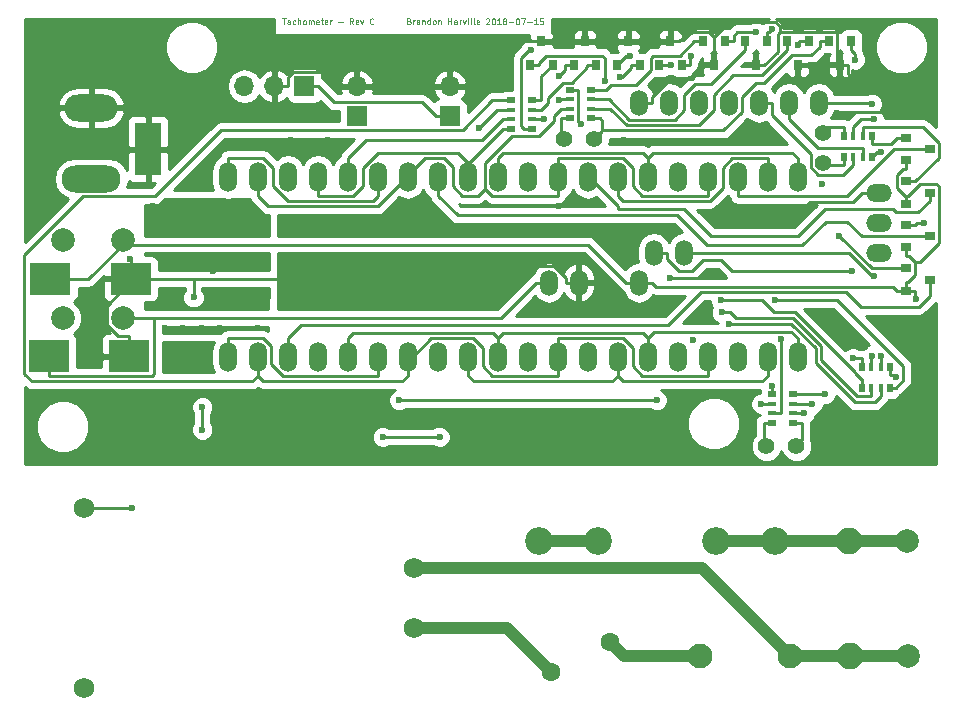
<source format=gbr>
G04 #@! TF.FileFunction,Copper,L1,Top,Signal*
%FSLAX46Y46*%
G04 Gerber Fmt 4.6, Leading zero omitted, Abs format (unit mm)*
G04 Created by KiCad (PCBNEW 4.0.4-stable) date 07/15/18 19:45:34*
%MOMM*%
%LPD*%
G01*
G04 APERTURE LIST*
%ADD10C,0.100000*%
%ADD11C,0.125000*%
%ADD12O,1.524000X2.524000*%
%ADD13O,5.000000X2.300000*%
%ADD14R,2.300000X4.500000*%
%ADD15O,4.500000X2.300000*%
%ADD16R,3.500000X2.700000*%
%ADD17C,2.000000*%
%ADD18C,2.350000*%
%ADD19C,2.250000*%
%ADD20R,1.700000X1.700000*%
%ADD21O,1.700000X1.700000*%
%ADD22R,0.800000X0.500000*%
%ADD23R,0.800000X0.400000*%
%ADD24C,1.600000*%
%ADD25C,2.100000*%
%ADD26O,1.501140X2.199640*%
%ADD27O,2.199640X1.501140*%
%ADD28C,1.750000*%
%ADD29R,0.800000X0.900000*%
%ADD30R,0.900000X0.800000*%
%ADD31R,0.500000X0.800000*%
%ADD32R,0.400000X0.800000*%
%ADD33C,1.400000*%
%ADD34C,0.600000*%
%ADD35C,0.250000*%
%ADD36C,1.000000*%
%ADD37C,0.254000*%
G04 APERTURE END LIST*
D10*
D11*
X144301171Y-57638190D02*
X144586885Y-57638190D01*
X144444028Y-58138190D02*
X144444028Y-57638190D01*
X144967837Y-58138190D02*
X144967837Y-57876286D01*
X144944028Y-57828667D01*
X144896409Y-57804857D01*
X144801171Y-57804857D01*
X144753552Y-57828667D01*
X144967837Y-58114381D02*
X144920218Y-58138190D01*
X144801171Y-58138190D01*
X144753552Y-58114381D01*
X144729742Y-58066762D01*
X144729742Y-58019143D01*
X144753552Y-57971524D01*
X144801171Y-57947714D01*
X144920218Y-57947714D01*
X144967837Y-57923905D01*
X145420218Y-58114381D02*
X145372599Y-58138190D01*
X145277361Y-58138190D01*
X145229742Y-58114381D01*
X145205933Y-58090571D01*
X145182123Y-58042952D01*
X145182123Y-57900095D01*
X145205933Y-57852476D01*
X145229742Y-57828667D01*
X145277361Y-57804857D01*
X145372599Y-57804857D01*
X145420218Y-57828667D01*
X145634504Y-58138190D02*
X145634504Y-57638190D01*
X145848789Y-58138190D02*
X145848789Y-57876286D01*
X145824980Y-57828667D01*
X145777361Y-57804857D01*
X145705932Y-57804857D01*
X145658313Y-57828667D01*
X145634504Y-57852476D01*
X146158313Y-58138190D02*
X146110694Y-58114381D01*
X146086885Y-58090571D01*
X146063075Y-58042952D01*
X146063075Y-57900095D01*
X146086885Y-57852476D01*
X146110694Y-57828667D01*
X146158313Y-57804857D01*
X146229742Y-57804857D01*
X146277361Y-57828667D01*
X146301170Y-57852476D01*
X146324980Y-57900095D01*
X146324980Y-58042952D01*
X146301170Y-58090571D01*
X146277361Y-58114381D01*
X146229742Y-58138190D01*
X146158313Y-58138190D01*
X146539266Y-58138190D02*
X146539266Y-57804857D01*
X146539266Y-57852476D02*
X146563075Y-57828667D01*
X146610694Y-57804857D01*
X146682123Y-57804857D01*
X146729742Y-57828667D01*
X146753551Y-57876286D01*
X146753551Y-58138190D01*
X146753551Y-57876286D02*
X146777361Y-57828667D01*
X146824980Y-57804857D01*
X146896408Y-57804857D01*
X146944028Y-57828667D01*
X146967837Y-57876286D01*
X146967837Y-58138190D01*
X147396409Y-58114381D02*
X147348790Y-58138190D01*
X147253552Y-58138190D01*
X147205933Y-58114381D01*
X147182123Y-58066762D01*
X147182123Y-57876286D01*
X147205933Y-57828667D01*
X147253552Y-57804857D01*
X147348790Y-57804857D01*
X147396409Y-57828667D01*
X147420218Y-57876286D01*
X147420218Y-57923905D01*
X147182123Y-57971524D01*
X147563075Y-57804857D02*
X147753551Y-57804857D01*
X147634504Y-57638190D02*
X147634504Y-58066762D01*
X147658313Y-58114381D01*
X147705932Y-58138190D01*
X147753551Y-58138190D01*
X148110694Y-58114381D02*
X148063075Y-58138190D01*
X147967837Y-58138190D01*
X147920218Y-58114381D01*
X147896408Y-58066762D01*
X147896408Y-57876286D01*
X147920218Y-57828667D01*
X147967837Y-57804857D01*
X148063075Y-57804857D01*
X148110694Y-57828667D01*
X148134503Y-57876286D01*
X148134503Y-57923905D01*
X147896408Y-57971524D01*
X148348789Y-58138190D02*
X148348789Y-57804857D01*
X148348789Y-57900095D02*
X148372598Y-57852476D01*
X148396408Y-57828667D01*
X148444027Y-57804857D01*
X148491646Y-57804857D01*
X149039265Y-57947714D02*
X149420217Y-57947714D01*
X150324979Y-58138190D02*
X150158312Y-57900095D01*
X150039265Y-58138190D02*
X150039265Y-57638190D01*
X150229741Y-57638190D01*
X150277360Y-57662000D01*
X150301169Y-57685810D01*
X150324979Y-57733429D01*
X150324979Y-57804857D01*
X150301169Y-57852476D01*
X150277360Y-57876286D01*
X150229741Y-57900095D01*
X150039265Y-57900095D01*
X150729741Y-58114381D02*
X150682122Y-58138190D01*
X150586884Y-58138190D01*
X150539265Y-58114381D01*
X150515455Y-58066762D01*
X150515455Y-57876286D01*
X150539265Y-57828667D01*
X150586884Y-57804857D01*
X150682122Y-57804857D01*
X150729741Y-57828667D01*
X150753550Y-57876286D01*
X150753550Y-57923905D01*
X150515455Y-57971524D01*
X150920217Y-57804857D02*
X151039264Y-58138190D01*
X151158312Y-57804857D01*
X152015454Y-58090571D02*
X151991644Y-58114381D01*
X151920216Y-58138190D01*
X151872597Y-58138190D01*
X151801168Y-58114381D01*
X151753549Y-58066762D01*
X151729740Y-58019143D01*
X151705930Y-57923905D01*
X151705930Y-57852476D01*
X151729740Y-57757238D01*
X151753549Y-57709619D01*
X151801168Y-57662000D01*
X151872597Y-57638190D01*
X151920216Y-57638190D01*
X151991644Y-57662000D01*
X152015454Y-57685810D01*
X155063070Y-57876286D02*
X155134499Y-57900095D01*
X155158308Y-57923905D01*
X155182118Y-57971524D01*
X155182118Y-58042952D01*
X155158308Y-58090571D01*
X155134499Y-58114381D01*
X155086880Y-58138190D01*
X154896404Y-58138190D01*
X154896404Y-57638190D01*
X155063070Y-57638190D01*
X155110689Y-57662000D01*
X155134499Y-57685810D01*
X155158308Y-57733429D01*
X155158308Y-57781048D01*
X155134499Y-57828667D01*
X155110689Y-57852476D01*
X155063070Y-57876286D01*
X154896404Y-57876286D01*
X155396404Y-58138190D02*
X155396404Y-57804857D01*
X155396404Y-57900095D02*
X155420213Y-57852476D01*
X155444023Y-57828667D01*
X155491642Y-57804857D01*
X155539261Y-57804857D01*
X155920213Y-58138190D02*
X155920213Y-57876286D01*
X155896404Y-57828667D01*
X155848785Y-57804857D01*
X155753547Y-57804857D01*
X155705928Y-57828667D01*
X155920213Y-58114381D02*
X155872594Y-58138190D01*
X155753547Y-58138190D01*
X155705928Y-58114381D01*
X155682118Y-58066762D01*
X155682118Y-58019143D01*
X155705928Y-57971524D01*
X155753547Y-57947714D01*
X155872594Y-57947714D01*
X155920213Y-57923905D01*
X156158309Y-57804857D02*
X156158309Y-58138190D01*
X156158309Y-57852476D02*
X156182118Y-57828667D01*
X156229737Y-57804857D01*
X156301166Y-57804857D01*
X156348785Y-57828667D01*
X156372594Y-57876286D01*
X156372594Y-58138190D01*
X156824975Y-58138190D02*
X156824975Y-57638190D01*
X156824975Y-58114381D02*
X156777356Y-58138190D01*
X156682118Y-58138190D01*
X156634499Y-58114381D01*
X156610690Y-58090571D01*
X156586880Y-58042952D01*
X156586880Y-57900095D01*
X156610690Y-57852476D01*
X156634499Y-57828667D01*
X156682118Y-57804857D01*
X156777356Y-57804857D01*
X156824975Y-57828667D01*
X157134499Y-58138190D02*
X157086880Y-58114381D01*
X157063071Y-58090571D01*
X157039261Y-58042952D01*
X157039261Y-57900095D01*
X157063071Y-57852476D01*
X157086880Y-57828667D01*
X157134499Y-57804857D01*
X157205928Y-57804857D01*
X157253547Y-57828667D01*
X157277356Y-57852476D01*
X157301166Y-57900095D01*
X157301166Y-58042952D01*
X157277356Y-58090571D01*
X157253547Y-58114381D01*
X157205928Y-58138190D01*
X157134499Y-58138190D01*
X157515452Y-57804857D02*
X157515452Y-58138190D01*
X157515452Y-57852476D02*
X157539261Y-57828667D01*
X157586880Y-57804857D01*
X157658309Y-57804857D01*
X157705928Y-57828667D01*
X157729737Y-57876286D01*
X157729737Y-58138190D01*
X158348785Y-58138190D02*
X158348785Y-57638190D01*
X158348785Y-57876286D02*
X158634499Y-57876286D01*
X158634499Y-58138190D02*
X158634499Y-57638190D01*
X159086880Y-58138190D02*
X159086880Y-57876286D01*
X159063071Y-57828667D01*
X159015452Y-57804857D01*
X158920214Y-57804857D01*
X158872595Y-57828667D01*
X159086880Y-58114381D02*
X159039261Y-58138190D01*
X158920214Y-58138190D01*
X158872595Y-58114381D01*
X158848785Y-58066762D01*
X158848785Y-58019143D01*
X158872595Y-57971524D01*
X158920214Y-57947714D01*
X159039261Y-57947714D01*
X159086880Y-57923905D01*
X159324976Y-58138190D02*
X159324976Y-57804857D01*
X159324976Y-57900095D02*
X159348785Y-57852476D01*
X159372595Y-57828667D01*
X159420214Y-57804857D01*
X159467833Y-57804857D01*
X159586881Y-57804857D02*
X159705928Y-58138190D01*
X159824976Y-57804857D01*
X160015452Y-58138190D02*
X160015452Y-57804857D01*
X160015452Y-57638190D02*
X159991642Y-57662000D01*
X160015452Y-57685810D01*
X160039261Y-57662000D01*
X160015452Y-57638190D01*
X160015452Y-57685810D01*
X160324975Y-58138190D02*
X160277356Y-58114381D01*
X160253547Y-58066762D01*
X160253547Y-57638190D01*
X160586880Y-58138190D02*
X160539261Y-58114381D01*
X160515452Y-58066762D01*
X160515452Y-57638190D01*
X160967833Y-58114381D02*
X160920214Y-58138190D01*
X160824976Y-58138190D01*
X160777357Y-58114381D01*
X160753547Y-58066762D01*
X160753547Y-57876286D01*
X160777357Y-57828667D01*
X160824976Y-57804857D01*
X160920214Y-57804857D01*
X160967833Y-57828667D01*
X160991642Y-57876286D01*
X160991642Y-57923905D01*
X160753547Y-57971524D01*
X161563070Y-57685810D02*
X161586880Y-57662000D01*
X161634499Y-57638190D01*
X161753546Y-57638190D01*
X161801165Y-57662000D01*
X161824975Y-57685810D01*
X161848784Y-57733429D01*
X161848784Y-57781048D01*
X161824975Y-57852476D01*
X161539261Y-58138190D01*
X161848784Y-58138190D01*
X162158308Y-57638190D02*
X162205927Y-57638190D01*
X162253546Y-57662000D01*
X162277355Y-57685810D01*
X162301165Y-57733429D01*
X162324974Y-57828667D01*
X162324974Y-57947714D01*
X162301165Y-58042952D01*
X162277355Y-58090571D01*
X162253546Y-58114381D01*
X162205927Y-58138190D01*
X162158308Y-58138190D01*
X162110689Y-58114381D01*
X162086879Y-58090571D01*
X162063070Y-58042952D01*
X162039260Y-57947714D01*
X162039260Y-57828667D01*
X162063070Y-57733429D01*
X162086879Y-57685810D01*
X162110689Y-57662000D01*
X162158308Y-57638190D01*
X162801164Y-58138190D02*
X162515450Y-58138190D01*
X162658307Y-58138190D02*
X162658307Y-57638190D01*
X162610688Y-57709619D01*
X162563069Y-57757238D01*
X162515450Y-57781048D01*
X163086878Y-57852476D02*
X163039259Y-57828667D01*
X163015450Y-57804857D01*
X162991640Y-57757238D01*
X162991640Y-57733429D01*
X163015450Y-57685810D01*
X163039259Y-57662000D01*
X163086878Y-57638190D01*
X163182116Y-57638190D01*
X163229735Y-57662000D01*
X163253545Y-57685810D01*
X163277354Y-57733429D01*
X163277354Y-57757238D01*
X163253545Y-57804857D01*
X163229735Y-57828667D01*
X163182116Y-57852476D01*
X163086878Y-57852476D01*
X163039259Y-57876286D01*
X163015450Y-57900095D01*
X162991640Y-57947714D01*
X162991640Y-58042952D01*
X163015450Y-58090571D01*
X163039259Y-58114381D01*
X163086878Y-58138190D01*
X163182116Y-58138190D01*
X163229735Y-58114381D01*
X163253545Y-58090571D01*
X163277354Y-58042952D01*
X163277354Y-57947714D01*
X163253545Y-57900095D01*
X163229735Y-57876286D01*
X163182116Y-57852476D01*
X163491640Y-57947714D02*
X163872592Y-57947714D01*
X164205926Y-57638190D02*
X164253545Y-57638190D01*
X164301164Y-57662000D01*
X164324973Y-57685810D01*
X164348783Y-57733429D01*
X164372592Y-57828667D01*
X164372592Y-57947714D01*
X164348783Y-58042952D01*
X164324973Y-58090571D01*
X164301164Y-58114381D01*
X164253545Y-58138190D01*
X164205926Y-58138190D01*
X164158307Y-58114381D01*
X164134497Y-58090571D01*
X164110688Y-58042952D01*
X164086878Y-57947714D01*
X164086878Y-57828667D01*
X164110688Y-57733429D01*
X164134497Y-57685810D01*
X164158307Y-57662000D01*
X164205926Y-57638190D01*
X164539259Y-57638190D02*
X164872592Y-57638190D01*
X164658306Y-58138190D01*
X165063068Y-57947714D02*
X165444020Y-57947714D01*
X165944020Y-58138190D02*
X165658306Y-58138190D01*
X165801163Y-58138190D02*
X165801163Y-57638190D01*
X165753544Y-57709619D01*
X165705925Y-57757238D01*
X165658306Y-57781048D01*
X166396401Y-57638190D02*
X166158306Y-57638190D01*
X166134496Y-57876286D01*
X166158306Y-57852476D01*
X166205925Y-57828667D01*
X166324972Y-57828667D01*
X166372591Y-57852476D01*
X166396401Y-57876286D01*
X166420210Y-57923905D01*
X166420210Y-58042952D01*
X166396401Y-58090571D01*
X166372591Y-58114381D01*
X166324972Y-58138190D01*
X166205925Y-58138190D01*
X166158306Y-58114381D01*
X166134496Y-58090571D01*
D12*
X139700000Y-86296500D03*
X142240000Y-86296500D03*
X144780000Y-86296500D03*
X147320000Y-86296500D03*
X149860000Y-86296500D03*
X149860000Y-71056500D03*
X147320000Y-71056500D03*
X144780000Y-71056500D03*
X142240000Y-71056500D03*
X139700000Y-71056500D03*
X152400000Y-86296500D03*
X154940000Y-86296500D03*
X157480000Y-86296500D03*
X160020000Y-86296500D03*
X162560000Y-86296500D03*
X162560000Y-71056500D03*
X160020000Y-71056500D03*
X157480000Y-71056500D03*
X154940000Y-71056500D03*
X152400000Y-71056500D03*
X165100000Y-86296500D03*
X167640000Y-86296500D03*
X170180000Y-86296500D03*
X172720000Y-86296500D03*
X175260000Y-86296500D03*
X175260000Y-71056500D03*
X172720000Y-71056500D03*
X170180000Y-71056500D03*
X167640000Y-71056500D03*
X165100000Y-71056500D03*
X177800000Y-86296500D03*
X180340000Y-86296500D03*
X182880000Y-86296500D03*
X185420000Y-86296500D03*
X187960000Y-86296500D03*
X187960000Y-71056500D03*
X185420000Y-71056500D03*
X182880000Y-71056500D03*
X180340000Y-71056500D03*
X177800000Y-71056500D03*
D13*
X128143000Y-71221500D03*
D14*
X132943000Y-68721500D03*
D15*
X128143000Y-65221500D03*
D16*
X124552000Y-86233000D03*
X131352000Y-86233000D03*
X124680000Y-79692500D03*
X131480000Y-79692500D03*
D17*
X125730000Y-82994500D03*
X130810000Y-82984500D03*
D18*
X171055000Y-101854000D03*
X166055000Y-101854000D03*
X181055000Y-101854000D03*
X186055000Y-101854000D03*
D17*
X125730000Y-76390500D03*
X130810000Y-76380500D03*
X197214000Y-101854000D03*
D19*
X192294000Y-101854000D03*
D17*
X197278000Y-111633000D03*
D19*
X192358000Y-111633000D03*
D20*
X158496000Y-65913000D03*
D21*
X158496000Y-63373000D03*
D20*
X150622000Y-65913000D03*
D21*
X150622000Y-63373000D03*
D22*
X165492000Y-66986000D03*
D23*
X165492000Y-65386000D03*
X165492000Y-66186000D03*
D22*
X165492000Y-64586000D03*
D23*
X163692000Y-66186000D03*
D22*
X163692000Y-66986000D03*
D23*
X163692000Y-65386000D03*
D22*
X163692000Y-64586000D03*
X170445000Y-66097000D03*
D23*
X170445000Y-64497000D03*
X170445000Y-65297000D03*
D22*
X170445000Y-63697000D03*
D23*
X168645000Y-65297000D03*
D22*
X168645000Y-66097000D03*
D23*
X168645000Y-64497000D03*
D22*
X168645000Y-63697000D03*
D24*
X167068000Y-112966000D03*
X172068000Y-110466000D03*
D25*
X179705000Y-111633000D03*
X187325000Y-111633000D03*
D26*
X174498000Y-64770000D03*
X177038000Y-64770000D03*
X179578000Y-64770000D03*
X182118000Y-64770000D03*
X184658000Y-64770000D03*
X187198000Y-64770000D03*
X189738000Y-64770000D03*
X174498000Y-80010000D03*
X169418000Y-80010000D03*
X166878000Y-80010000D03*
X178308000Y-77470000D03*
X175768000Y-77470000D03*
D27*
X194818000Y-77470000D03*
X194818000Y-74930000D03*
X194818000Y-72390000D03*
D28*
X127508000Y-99060000D03*
X127508000Y-114300000D03*
X155448000Y-104140000D03*
X155448000Y-109220000D03*
D20*
X146177000Y-63373000D03*
D21*
X143637000Y-63373000D03*
X141097000Y-63373000D03*
D29*
X181798000Y-59579000D03*
X179898000Y-59579000D03*
X180848000Y-61579000D03*
X165293000Y-61579000D03*
X167193000Y-61579000D03*
X166243000Y-59579000D03*
X185354000Y-59579000D03*
X183454000Y-59579000D03*
X184404000Y-61579000D03*
X168976000Y-61579000D03*
X170876000Y-61579000D03*
X169926000Y-59579000D03*
X188910000Y-59579000D03*
X187010000Y-59579000D03*
X187960000Y-61579000D03*
X172659000Y-61579000D03*
X174559000Y-61579000D03*
X173609000Y-59579000D03*
X192466000Y-59579000D03*
X190566000Y-59579000D03*
X191516000Y-61579000D03*
X176215000Y-61579000D03*
X178115000Y-61579000D03*
X177165000Y-59579000D03*
D30*
X197120000Y-78806000D03*
X197120000Y-80706000D03*
X199120000Y-79756000D03*
X197120000Y-75123000D03*
X197120000Y-77023000D03*
X199120000Y-76073000D03*
X197120000Y-71440000D03*
X197120000Y-73340000D03*
X199120000Y-72390000D03*
X197120000Y-67757000D03*
X197120000Y-69657000D03*
X199120000Y-68707000D03*
D31*
X193364000Y-88911000D03*
D32*
X194964000Y-88911000D03*
X194164000Y-88911000D03*
D31*
X195764000Y-88911000D03*
D32*
X194164000Y-87111000D03*
D31*
X193364000Y-87111000D03*
D32*
X194964000Y-87111000D03*
D31*
X195764000Y-87111000D03*
D22*
X185790000Y-89478000D03*
D23*
X185790000Y-91078000D03*
X185790000Y-90278000D03*
D22*
X185790000Y-91878000D03*
D23*
X187590000Y-90278000D03*
D22*
X187590000Y-89478000D03*
D23*
X187590000Y-91078000D03*
D22*
X187590000Y-91878000D03*
D31*
X191840000Y-69353000D03*
D32*
X193440000Y-69353000D03*
X192640000Y-69353000D03*
D31*
X194240000Y-69353000D03*
D32*
X192640000Y-67553000D03*
D31*
X191840000Y-67553000D03*
D32*
X193440000Y-67553000D03*
D31*
X194240000Y-67553000D03*
D33*
X185293000Y-93853000D03*
X187833000Y-93853000D03*
X190119000Y-69850000D03*
X190119000Y-67310000D03*
X170688000Y-67818000D03*
X168148000Y-67818000D03*
D34*
X160933100Y-66914600D03*
X169559800Y-66596300D03*
X167741000Y-64530400D03*
X137541000Y-92456000D03*
X137541000Y-90551000D03*
X139065000Y-83820000D03*
X134366000Y-83820000D03*
X135890000Y-83820000D03*
X137541000Y-83820000D03*
X142240000Y-83820000D03*
X140462000Y-82169000D03*
X139192000Y-80772000D03*
X138430000Y-78994000D03*
X138430000Y-77724000D03*
X138430000Y-75946000D03*
X140589000Y-74930000D03*
X139319000Y-74803000D03*
X137668000Y-74803000D03*
X135636000Y-74803000D03*
X133350000Y-74803000D03*
X133350000Y-73533000D03*
X135509000Y-73533000D03*
X137668000Y-73533000D03*
X139827000Y-73533000D03*
X141732000Y-73533000D03*
X142621000Y-74676000D03*
X157638400Y-93067600D03*
X152815400Y-93067600D03*
X194228900Y-64862000D03*
X194995000Y-68906900D03*
X176038000Y-89963200D03*
X154203700Y-89963200D03*
X194400900Y-79408000D03*
X192555500Y-79023500D03*
X180594000Y-74676000D03*
X185039000Y-74295000D03*
X152146000Y-89916000D03*
X145161000Y-89916000D03*
X140462000Y-89662000D03*
X193675000Y-85471000D03*
X175641000Y-75184000D03*
X171323000Y-73406000D03*
X167767000Y-73533000D03*
X180213000Y-79375000D03*
X179959000Y-82677000D03*
X172974000Y-82169000D03*
X177165000Y-79629000D03*
X175768000Y-82169000D03*
X179070000Y-84836000D03*
X169926000Y-82550000D03*
X197612000Y-64262000D03*
X191262000Y-65659000D03*
X173228000Y-67945000D03*
X181102000Y-68072000D03*
X178054000Y-68072000D03*
X186182000Y-68072000D03*
X131445000Y-77978000D03*
X127762000Y-81026000D03*
X142367000Y-68072000D03*
X145034000Y-67945000D03*
X148209000Y-67945000D03*
X144526000Y-74930000D03*
X149860000Y-74803000D03*
X146685000Y-79692500D03*
X144526000Y-79692500D03*
X154813000Y-78584800D03*
X153289000Y-74422000D03*
X156972000Y-74930000D03*
X189992000Y-71628000D03*
X187833000Y-74295000D03*
X136779000Y-89408000D03*
X136794100Y-86233000D03*
X131599900Y-99060000D03*
X149931100Y-78584800D03*
X136794100Y-81253200D03*
X193682200Y-63745200D03*
X197988100Y-81414300D03*
X184404000Y-58803700D03*
X185790000Y-88719100D03*
X171630200Y-62899600D03*
X181439800Y-81482900D03*
X185786000Y-58561900D03*
X184848800Y-90272100D03*
X167762800Y-62531600D03*
X181519300Y-82522800D03*
X186515300Y-84786000D03*
X188006100Y-59904800D03*
X182154800Y-83513000D03*
X173732100Y-60836900D03*
X172898600Y-62628500D03*
X166434600Y-66163100D03*
X192795500Y-61129100D03*
X177188100Y-61579000D03*
X186065000Y-81458500D03*
X178898800Y-60795200D03*
X165367600Y-60277500D03*
X191479500Y-76042400D03*
X198670200Y-74984500D03*
X194369600Y-66191200D03*
X194218800Y-86208400D03*
X192640300Y-86385700D03*
X195019200Y-86184500D03*
X196265900Y-87991700D03*
X189198700Y-90278000D03*
X190274400Y-89454800D03*
X188520300Y-91068700D03*
D35*
X168645000Y-66097000D02*
X167919700Y-66097000D01*
X167919700Y-67589700D02*
X167919700Y-66097000D01*
X168148000Y-67818000D02*
X167919700Y-67589700D01*
X142702900Y-84709200D02*
X139700000Y-84709200D01*
X143382400Y-85388700D02*
X142702900Y-84709200D01*
X143382400Y-86938100D02*
X143382400Y-85388700D01*
X144328100Y-87883800D02*
X143382400Y-86938100D01*
X152400000Y-87883800D02*
X144328100Y-87883800D01*
X152400000Y-86296500D02*
X152400000Y-87883800D01*
X139700000Y-86296500D02*
X139700000Y-84709200D01*
X142240000Y-86296500D02*
X142240000Y-87883800D01*
X163692000Y-64586000D02*
X162966700Y-64586000D01*
X180340000Y-86296500D02*
X180340000Y-87883800D01*
X174800700Y-87883800D02*
X180340000Y-87883800D01*
X173990000Y-87073100D02*
X174800700Y-87883800D01*
X173990000Y-85525100D02*
X173990000Y-87073100D01*
X173174100Y-84709200D02*
X173990000Y-85525100D01*
X167640000Y-84709200D02*
X173174100Y-84709200D01*
X167640000Y-86296500D02*
X167640000Y-84709200D01*
X142698500Y-88342300D02*
X142240000Y-87883800D01*
X154481500Y-88342300D02*
X142698500Y-88342300D01*
X154940000Y-87883800D02*
X154481500Y-88342300D01*
X154940000Y-86296500D02*
X154940000Y-86706900D01*
X154940000Y-86706900D02*
X154940000Y-87883800D01*
X162100700Y-87883800D02*
X167640000Y-87883800D01*
X161290000Y-87073100D02*
X162100700Y-87883800D01*
X161290000Y-85525200D02*
X161290000Y-87073100D01*
X160474000Y-84709200D02*
X161290000Y-85525200D01*
X156937700Y-84709200D02*
X160474000Y-84709200D01*
X154940000Y-86706900D02*
X156937700Y-84709200D01*
X167640000Y-86296500D02*
X167640000Y-87883800D01*
X141756800Y-88367000D02*
X142240000Y-87883800D01*
X123123300Y-88367000D02*
X141756800Y-88367000D01*
X122476600Y-87720300D02*
X123123300Y-88367000D01*
X122476600Y-77687400D02*
X122476600Y-87720300D01*
X127467100Y-72696900D02*
X122476600Y-77687400D01*
X133530700Y-72696900D02*
X127467100Y-72696900D01*
X139139200Y-67088400D02*
X133530700Y-72696900D01*
X159577500Y-67088400D02*
X139139200Y-67088400D01*
X162079900Y-64586000D02*
X159577500Y-67088400D01*
X162966700Y-64586000D02*
X162079900Y-64586000D01*
X144780000Y-86296500D02*
X144780000Y-84709200D01*
X145928000Y-83561200D02*
X144780000Y-84709200D01*
X176997400Y-83561200D02*
X145928000Y-83561200D01*
X179758400Y-80800200D02*
X176997400Y-83561200D01*
X192039700Y-80800200D02*
X179758400Y-80800200D01*
X193297800Y-82058300D02*
X192039700Y-80800200D01*
X198230000Y-82058300D02*
X193297800Y-82058300D01*
X199120000Y-81168300D02*
X198230000Y-82058300D01*
X199120000Y-79756000D02*
X199120000Y-81168300D01*
X160020000Y-86296500D02*
X160020000Y-87883800D01*
X172720000Y-86296500D02*
X172720000Y-87883800D01*
X173175400Y-88339200D02*
X172720000Y-87883800D01*
X184964600Y-88339200D02*
X173175400Y-88339200D01*
X185420000Y-87883800D02*
X184964600Y-88339200D01*
X185420000Y-86296500D02*
X185420000Y-87883800D01*
X162461700Y-65386000D02*
X160933100Y-66914600D01*
X163692000Y-65386000D02*
X162461700Y-65386000D01*
X160499400Y-88363200D02*
X160020000Y-87883800D01*
X172240600Y-88363200D02*
X160499400Y-88363200D01*
X172720000Y-87883800D02*
X172240600Y-88363200D01*
X162560000Y-86296500D02*
X162560000Y-84709200D01*
X149860000Y-86296500D02*
X149860000Y-84709200D01*
X169370300Y-66406800D02*
X169559800Y-66596300D01*
X169370300Y-63697000D02*
X169370300Y-66406800D01*
X168645000Y-63697000D02*
X169370300Y-63697000D01*
X175260000Y-86296500D02*
X175260000Y-84709200D01*
X187960000Y-86296500D02*
X187960000Y-84709200D01*
X163010300Y-84258900D02*
X162560000Y-84709200D01*
X174809700Y-84258900D02*
X163010300Y-84258900D01*
X175260000Y-84709200D02*
X174809700Y-84258900D01*
X150310300Y-84258900D02*
X149860000Y-84709200D01*
X162109700Y-84258900D02*
X150310300Y-84258900D01*
X162560000Y-84709200D02*
X162109700Y-84258900D01*
X187403700Y-84152900D02*
X187960000Y-84709200D01*
X175816300Y-84152900D02*
X187403700Y-84152900D01*
X175260000Y-84709200D02*
X175816300Y-84152900D01*
X174809600Y-69018800D02*
X175260000Y-69469200D01*
X163010400Y-69018800D02*
X174809600Y-69018800D01*
X162560000Y-69469200D02*
X163010400Y-69018800D01*
X162560000Y-71056500D02*
X162560000Y-69469200D01*
X175260000Y-71056500D02*
X175260000Y-69469200D01*
X175714100Y-69015100D02*
X175260000Y-69469200D01*
X187505900Y-69015100D02*
X175714100Y-69015100D01*
X187960000Y-69469200D02*
X187505900Y-69015100D01*
X187960000Y-71056500D02*
X187960000Y-69469200D01*
X151435600Y-67893600D02*
X149860000Y-69469200D01*
X161259100Y-67893600D02*
X151435600Y-67893600D01*
X162966700Y-66186000D02*
X161259100Y-67893600D01*
X163692000Y-66186000D02*
X162966700Y-66186000D01*
X149860000Y-71056500D02*
X149860000Y-69469200D01*
X172720000Y-71056500D02*
X172720000Y-72643800D01*
X185420000Y-71056500D02*
X185420000Y-69469200D01*
X173175700Y-73099500D02*
X172720000Y-72643800D01*
X180521200Y-73099500D02*
X173175700Y-73099500D01*
X181610000Y-72010700D02*
X180521200Y-73099500D01*
X181610000Y-70268800D02*
X181610000Y-72010700D01*
X182409600Y-69469200D02*
X181610000Y-70268800D01*
X185420000Y-69469200D02*
X182409600Y-69469200D01*
X163692000Y-66986000D02*
X162966700Y-66986000D01*
X160020000Y-71056500D02*
X160020000Y-69852300D01*
X160100400Y-69852300D02*
X160020000Y-69852300D01*
X162966700Y-66986000D02*
X160100400Y-69852300D01*
X147320000Y-71056500D02*
X147320000Y-72643800D01*
X150312300Y-72643800D02*
X147320000Y-72643800D01*
X151130000Y-71826100D02*
X150312300Y-72643800D01*
X151130000Y-70288700D02*
X151130000Y-71826100D01*
X152401200Y-69017500D02*
X151130000Y-70288700D01*
X159185200Y-69017500D02*
X152401200Y-69017500D01*
X160020000Y-69852300D02*
X159185200Y-69017500D01*
X167640000Y-71056500D02*
X167640000Y-69469200D01*
X180340000Y-71056500D02*
X180340000Y-72643800D01*
X173179300Y-69469200D02*
X167640000Y-69469200D01*
X173990000Y-70279900D02*
X173179300Y-69469200D01*
X173990000Y-71827800D02*
X173990000Y-70279900D01*
X174806000Y-72643800D02*
X173990000Y-71827800D01*
X180340000Y-72643800D02*
X174806000Y-72643800D01*
X168645000Y-65297000D02*
X167919700Y-65297000D01*
X167640000Y-71056500D02*
X167640000Y-72643800D01*
X156370000Y-69467900D02*
X154940000Y-70897900D01*
X157961000Y-69467900D02*
X156370000Y-69467900D01*
X158750000Y-70256900D02*
X157961000Y-69467900D01*
X158750000Y-71847300D02*
X158750000Y-70256900D01*
X159546600Y-72643900D02*
X158750000Y-71847300D01*
X160875400Y-72643900D02*
X159546600Y-72643900D01*
X161470300Y-72049000D02*
X160875400Y-72643900D01*
X161470300Y-69869600D02*
X161470300Y-72049000D01*
X163778500Y-67561400D02*
X161470300Y-69869600D01*
X166034700Y-67561400D02*
X163778500Y-67561400D01*
X167292900Y-66303200D02*
X166034700Y-67561400D01*
X167292900Y-65923800D02*
X167292900Y-66303200D01*
X167919700Y-65297000D02*
X167292900Y-65923800D01*
X162065100Y-72643800D02*
X167640000Y-72643800D01*
X161470300Y-72049000D02*
X162065100Y-72643800D01*
X154940000Y-71056500D02*
X154940000Y-70977200D01*
X154940000Y-70977200D02*
X154940000Y-70897900D01*
X142240000Y-71056500D02*
X142240000Y-72643800D01*
X152372800Y-73544400D02*
X154940000Y-70977200D01*
X143140600Y-73544400D02*
X152372800Y-73544400D01*
X142240000Y-72643800D02*
X143140600Y-73544400D01*
X168645000Y-64497000D02*
X167919700Y-64497000D01*
X167886300Y-64530400D02*
X167919700Y-64497000D01*
X167741000Y-64530400D02*
X167886300Y-64530400D01*
X142705600Y-69469200D02*
X139700000Y-69469200D01*
X143510000Y-70273600D02*
X142705600Y-69469200D01*
X143510000Y-71829100D02*
X143510000Y-70273600D01*
X144775000Y-73094100D02*
X143510000Y-71829100D01*
X151949700Y-73094100D02*
X144775000Y-73094100D01*
X152400000Y-72643800D02*
X151949700Y-73094100D01*
X152400000Y-71056500D02*
X152400000Y-72643800D01*
X139700000Y-71056500D02*
X139700000Y-69469200D01*
X192116750Y-74837250D02*
X190338750Y-74837250D01*
X180288498Y-76835000D02*
X177763998Y-74310500D01*
X188341000Y-76835000D02*
X180288498Y-76835000D01*
X190338750Y-74837250D02*
X188341000Y-76835000D01*
X159146700Y-74310500D02*
X157480000Y-72643800D01*
X177763998Y-74310500D02*
X159146700Y-74310500D01*
X193352500Y-76073000D02*
X192116750Y-74837250D01*
X199120000Y-76073000D02*
X193352500Y-76073000D01*
X157480000Y-71056500D02*
X157480000Y-72643800D01*
X172720000Y-73769500D02*
X172720000Y-73533000D01*
X172720000Y-73533000D02*
X170243500Y-71056500D01*
X170243500Y-71056500D02*
X170180000Y-71056500D01*
X190246000Y-73769500D02*
X190246000Y-73787000D01*
X180594000Y-76073000D02*
X178290500Y-73769500D01*
X187960000Y-76073000D02*
X180594000Y-76073000D01*
X190246000Y-73787000D02*
X187960000Y-76073000D01*
X195990200Y-73769500D02*
X190246000Y-73769500D01*
X178290500Y-73769500D02*
X172720000Y-73769500D01*
X196286100Y-74065400D02*
X195990200Y-73769500D01*
X198169900Y-74065400D02*
X196286100Y-74065400D01*
X199120000Y-73115300D02*
X198169900Y-74065400D01*
X199120000Y-72390000D02*
X199120000Y-73115300D01*
X192152100Y-72643800D02*
X182880000Y-72643800D01*
X196088900Y-68707000D02*
X192152100Y-72643800D01*
X199120000Y-68707000D02*
X196088900Y-68707000D01*
X182880000Y-71056500D02*
X182880000Y-72643800D01*
X137541000Y-90551000D02*
X137541000Y-92456000D01*
X142240000Y-83820000D02*
X139065000Y-83820000D01*
X137541000Y-83820000D02*
X135890000Y-83820000D01*
X142240000Y-83820000D02*
X142240000Y-83947000D01*
X140462000Y-82042000D02*
X140462000Y-82169000D01*
X139192000Y-80772000D02*
X140462000Y-82042000D01*
X138430000Y-77724000D02*
X138430000Y-78994000D01*
X139573000Y-75946000D02*
X138430000Y-75946000D01*
X140589000Y-74930000D02*
X139573000Y-75946000D01*
X137668000Y-74803000D02*
X139319000Y-74803000D01*
X133350000Y-74803000D02*
X135636000Y-74803000D01*
X135509000Y-73533000D02*
X133350000Y-73533000D01*
X139827000Y-73533000D02*
X137668000Y-73533000D01*
X141732000Y-73787000D02*
X141732000Y-73533000D01*
X142621000Y-74676000D02*
X141732000Y-73787000D01*
X152815400Y-93067600D02*
X157638400Y-93067600D01*
D36*
X173235000Y-111633000D02*
X172068000Y-110466000D01*
X179705000Y-111633000D02*
X173235000Y-111633000D01*
X171055000Y-101854000D02*
X166055000Y-101854000D01*
D35*
X156145400Y-64737700D02*
X157320700Y-65913000D01*
X148717000Y-64737700D02*
X156145400Y-64737700D01*
X147352300Y-63373000D02*
X148717000Y-64737700D01*
X146177000Y-63373000D02*
X147352300Y-63373000D01*
X158496000Y-65913000D02*
X157320700Y-65913000D01*
X190347300Y-70078300D02*
X191840000Y-70078300D01*
X190119000Y-69850000D02*
X190347300Y-70078300D01*
X191840000Y-69353000D02*
X191840000Y-70078300D01*
X191816500Y-70901800D02*
X192640000Y-70078300D01*
X189701200Y-70901800D02*
X191816500Y-70901800D01*
X189047400Y-70248000D02*
X189701200Y-70901800D01*
X189047400Y-69159400D02*
X189047400Y-70248000D01*
X185733900Y-65845900D02*
X189047400Y-69159400D01*
X185733900Y-64770000D02*
X185733900Y-65845900D01*
X184658000Y-64770000D02*
X185733900Y-64770000D01*
X192640000Y-69353000D02*
X192640000Y-70078300D01*
X189630500Y-68627700D02*
X193440000Y-68627700D01*
X187198000Y-66195200D02*
X189630500Y-68627700D01*
X187198000Y-64770000D02*
X187198000Y-66195200D01*
X193440000Y-69353000D02*
X193440000Y-68627700D01*
X194136900Y-64770000D02*
X194228900Y-64862000D01*
X189738000Y-64770000D02*
X194136900Y-64770000D01*
X194686100Y-68906900D02*
X194995000Y-68906900D01*
X194240000Y-69353000D02*
X194686100Y-68906900D01*
X176038000Y-89963200D02*
X154203700Y-89963200D01*
X194208200Y-79408000D02*
X194400900Y-79408000D01*
X192270200Y-77470000D02*
X194208200Y-79408000D01*
X178308000Y-77470000D02*
X192270200Y-77470000D01*
X178943000Y-79023500D02*
X179040500Y-79023500D01*
X181483000Y-78105000D02*
X182401500Y-79023500D01*
X179959000Y-78105000D02*
X181483000Y-78105000D01*
X179040500Y-79023500D02*
X179959000Y-78105000D01*
X177859500Y-79023500D02*
X178943000Y-79023500D01*
X182401500Y-79023500D02*
X192555500Y-79023500D01*
X175768000Y-77470000D02*
X176843900Y-77470000D01*
X176843900Y-78007900D02*
X177859500Y-79023500D01*
X176843900Y-77470000D02*
X176843900Y-78007900D01*
D36*
X163322000Y-109220000D02*
X167068000Y-112966000D01*
X155448000Y-109220000D02*
X163322000Y-109220000D01*
D35*
X166878000Y-80010000D02*
X165802100Y-80010000D01*
X124552000Y-86233000D02*
X124552000Y-87908300D01*
X133275100Y-87908300D02*
X124552000Y-87908300D01*
X133427900Y-87755500D02*
X133275100Y-87908300D01*
X133427900Y-82984500D02*
X133427900Y-87755500D01*
X133427900Y-82984500D02*
X130810000Y-82984500D01*
X162827600Y-82984500D02*
X133427900Y-82984500D01*
X165802100Y-80010000D02*
X162827600Y-82984500D01*
X185039000Y-74295000D02*
X180975000Y-74295000D01*
X180975000Y-74295000D02*
X180594000Y-74676000D01*
X185039000Y-74295000D02*
X187833000Y-74295000D01*
X140716000Y-89916000D02*
X145161000Y-89916000D01*
X140462000Y-89662000D02*
X140716000Y-89916000D01*
X193040000Y-84836000D02*
X191389000Y-84836000D01*
X193675000Y-85471000D02*
X193040000Y-84836000D01*
X167894000Y-73406000D02*
X171323000Y-73406000D01*
X167767000Y-73533000D02*
X167894000Y-73406000D01*
X179959000Y-79629000D02*
X180213000Y-79375000D01*
X172974000Y-82169000D02*
X175768000Y-82169000D01*
X177165000Y-79629000D02*
X179959000Y-79629000D01*
X172974000Y-82169000D02*
X170307000Y-82169000D01*
X170307000Y-82169000D02*
X169926000Y-82550000D01*
X171704000Y-80010000D02*
X172974000Y-81280000D01*
X172974000Y-81280000D02*
X172974000Y-82169000D01*
X169418000Y-80010000D02*
X171704000Y-80010000D01*
X197612000Y-64262000D02*
X196977000Y-64262000D01*
X191389000Y-65532000D02*
X191262000Y-65659000D01*
X195707000Y-65532000D02*
X191389000Y-65532000D01*
X196977000Y-64262000D02*
X195707000Y-65532000D01*
X178054000Y-68072000D02*
X173355000Y-68072000D01*
X173355000Y-68072000D02*
X173228000Y-67945000D01*
X186182000Y-68072000D02*
X181102000Y-68072000D01*
X181102000Y-68072000D02*
X178054000Y-68072000D01*
X131480000Y-79692500D02*
X131480000Y-78013000D01*
X131480000Y-78013000D02*
X131445000Y-77978000D01*
X131480000Y-79692500D02*
X129095500Y-79692500D01*
X129095500Y-79692500D02*
X127762000Y-81026000D01*
X148209000Y-67945000D02*
X145034000Y-67945000D01*
X142367000Y-68072000D02*
X142494000Y-67945000D01*
X142494000Y-67945000D02*
X145034000Y-67945000D01*
X149733000Y-74930000D02*
X144526000Y-74930000D01*
X149860000Y-74803000D02*
X149733000Y-74930000D01*
X156464000Y-74422000D02*
X153289000Y-74422000D01*
X156972000Y-74930000D02*
X156464000Y-74422000D01*
X194818000Y-72390000D02*
X193421000Y-72390000D01*
X188976000Y-73152000D02*
X187833000Y-74295000D01*
X192659000Y-73152000D02*
X188976000Y-73152000D01*
X193421000Y-72390000D02*
X192659000Y-73152000D01*
X136794100Y-86233000D02*
X136779000Y-86233000D01*
X158496000Y-63373000D02*
X159671300Y-63373000D01*
X169418000Y-80010000D02*
X168342100Y-80010000D01*
X177165000Y-59579000D02*
X177890300Y-59579000D01*
X173609000Y-59579000D02*
X172883700Y-59579000D01*
X173609000Y-59579000D02*
X174334300Y-59579000D01*
X177165000Y-59579000D02*
X176439700Y-59579000D01*
X169926000Y-59579000D02*
X166968300Y-59579000D01*
X166243000Y-59579000D02*
X166968300Y-59579000D01*
X163465300Y-59579000D02*
X166243000Y-59579000D01*
X159671300Y-63373000D02*
X163465300Y-59579000D01*
X172883700Y-59579000D02*
X170651300Y-59579000D01*
X169926000Y-59579000D02*
X170651300Y-59579000D01*
X127508000Y-99060000D02*
X131599900Y-99060000D01*
X168342100Y-79603200D02*
X168342100Y-80010000D01*
X167323700Y-78584800D02*
X168342100Y-79603200D01*
X149931100Y-78584800D02*
X154813000Y-78584800D01*
X154813000Y-78584800D02*
X167323700Y-78584800D01*
X174498000Y-64770000D02*
X175573900Y-64770000D01*
X176439700Y-59579000D02*
X174334300Y-59579000D01*
X180848000Y-61579000D02*
X180848000Y-60803700D01*
X131695100Y-79692500D02*
X133555300Y-79692500D01*
X131695100Y-79692500D02*
X131684800Y-79692500D01*
X131480000Y-79692500D02*
X131684800Y-79692500D01*
X130409600Y-84557700D02*
X131352000Y-84557700D01*
X131352000Y-86233000D02*
X131352000Y-84557700D01*
X131684800Y-79692500D02*
X129428900Y-81948400D01*
X129428900Y-81948400D02*
X129428900Y-83577000D01*
X129428900Y-83577000D02*
X130409600Y-84557700D01*
X133555300Y-79692500D02*
X136794100Y-79692500D01*
X148823400Y-79692500D02*
X149931100Y-78584800D01*
X136794100Y-79692500D02*
X144526000Y-79692500D01*
X144526000Y-79692500D02*
X146685000Y-79692500D01*
X146685000Y-79692500D02*
X148823400Y-79692500D01*
X136794100Y-79692500D02*
X136794100Y-81253200D01*
X144812300Y-62564900D02*
X144812300Y-63373000D01*
X145179500Y-62197700D02*
X144812300Y-62564900D01*
X148271400Y-62197700D02*
X145179500Y-62197700D01*
X149446700Y-63373000D02*
X148271400Y-62197700D01*
X150622000Y-63373000D02*
X149446700Y-63373000D01*
X143637000Y-63373000D02*
X144812300Y-63373000D01*
X187960000Y-61579000D02*
X188685300Y-61579000D01*
X184404000Y-61579000D02*
X185129300Y-61579000D01*
X188876600Y-61387700D02*
X188685300Y-61579000D01*
X191292400Y-61387700D02*
X188876600Y-61387700D01*
X191171300Y-58803600D02*
X186411400Y-58803600D01*
X191292400Y-58924700D02*
X191171300Y-58803600D01*
X191292400Y-61387700D02*
X191292400Y-58924700D01*
X186241600Y-60466700D02*
X185129300Y-61579000D01*
X186241600Y-58990900D02*
X186241600Y-60466700D01*
X186411400Y-58821100D02*
X186241600Y-58990900D01*
X186411400Y-58803600D02*
X186411400Y-58821100D01*
X186411400Y-58297500D02*
X186411400Y-58803600D01*
X186048100Y-57934200D02*
X186411400Y-58297500D01*
X182105200Y-57934200D02*
X186048100Y-57934200D01*
X180848000Y-59191400D02*
X182105200Y-57934200D01*
X180848000Y-60803700D02*
X180848000Y-59191400D01*
X178702800Y-58766500D02*
X177890300Y-59579000D01*
X180423100Y-58766500D02*
X178702800Y-58766500D01*
X180848000Y-59191400D02*
X180423100Y-58766500D01*
X180848000Y-61579000D02*
X180122700Y-61579000D01*
X178971400Y-62730300D02*
X180122700Y-61579000D01*
X177104400Y-62730300D02*
X178971400Y-62730300D01*
X175573900Y-64260800D02*
X177104400Y-62730300D01*
X175573900Y-64770000D02*
X175573900Y-64260800D01*
X191324700Y-61387700D02*
X191516000Y-61579000D01*
X191292400Y-61387700D02*
X191324700Y-61387700D01*
X192241300Y-62304300D02*
X193682200Y-63745200D01*
X192241300Y-61579000D02*
X192241300Y-62304300D01*
X191516000Y-61579000D02*
X192241300Y-61579000D01*
X197120000Y-80706000D02*
X197120000Y-79980700D01*
X197120000Y-77023000D02*
X197120000Y-77748300D01*
X130810000Y-76380500D02*
X130810000Y-76781500D01*
X127899000Y-79692500D02*
X130810000Y-76781500D01*
X124680000Y-79692500D02*
X127899000Y-79692500D01*
X170193600Y-76781500D02*
X130810000Y-76781500D01*
X173422100Y-80010000D02*
X170193600Y-76781500D01*
X173960100Y-80010000D02*
X173422100Y-80010000D01*
X173960100Y-80010000D02*
X174498000Y-80010000D01*
X174498000Y-80010000D02*
X175573900Y-80010000D01*
X197120000Y-73115000D02*
X197120000Y-73115400D01*
X197120000Y-73340000D02*
X197120000Y-73115400D01*
X197120000Y-73115000D02*
X197120000Y-72752400D01*
X197383500Y-77748300D02*
X197914700Y-78279500D01*
X197120000Y-77748300D02*
X197383500Y-77748300D01*
X197301300Y-79980700D02*
X197120000Y-79980700D01*
X197914700Y-79367300D02*
X197301300Y-79980700D01*
X197914700Y-78279500D02*
X197914700Y-79367300D01*
X197120000Y-72752400D02*
X197120000Y-72664800D01*
X197011400Y-72664800D02*
X197120000Y-72664800D01*
X196339300Y-71992700D02*
X197011400Y-72664800D01*
X196339300Y-70891000D02*
X196339300Y-71992700D01*
X196848000Y-70382300D02*
X196339300Y-70891000D01*
X197120000Y-70382300D02*
X196848000Y-70382300D01*
X198260300Y-78279500D02*
X197914700Y-78279500D01*
X199895400Y-76644400D02*
X198260300Y-78279500D01*
X199895400Y-71839000D02*
X199895400Y-76644400D01*
X199694300Y-71637900D02*
X199895400Y-71839000D01*
X198334300Y-71637900D02*
X199694300Y-71637900D01*
X197307400Y-72664800D02*
X198334300Y-71637900D01*
X197120000Y-72664800D02*
X197307400Y-72664800D01*
X197120000Y-69657000D02*
X197120000Y-70382300D01*
X197895300Y-81321500D02*
X197988100Y-81414300D01*
X197895300Y-80706000D02*
X197895300Y-81321500D01*
X197120000Y-80706000D02*
X197895300Y-80706000D01*
X197120000Y-80706000D02*
X196344700Y-80706000D01*
X175913800Y-80349900D02*
X175573900Y-80010000D01*
X195988600Y-80349900D02*
X175913800Y-80349900D01*
X196344700Y-80706000D02*
X195988600Y-80349900D01*
D36*
X186055000Y-101854000D02*
X181055000Y-101854000D01*
X186055000Y-101854000D02*
X192294000Y-101854000D01*
X192294000Y-101854000D02*
X197214000Y-101854000D01*
X179832000Y-104140000D02*
X187325000Y-111633000D01*
X155448000Y-104140000D02*
X179832000Y-104140000D01*
X197278000Y-111633000D02*
X192358000Y-111633000D01*
X192358000Y-111633000D02*
X187325000Y-111633000D01*
D35*
X181798000Y-59579000D02*
X182523300Y-59579000D01*
X185790000Y-88719100D02*
X185790000Y-89478000D01*
X182845300Y-58803700D02*
X184404000Y-58803700D01*
X182523300Y-59125700D02*
X182845300Y-58803700D01*
X182523300Y-59579000D02*
X182523300Y-59125700D01*
X179898000Y-59579000D02*
X179172700Y-59579000D01*
X170445000Y-63697000D02*
X171170300Y-63697000D01*
X177971300Y-60780400D02*
X179172700Y-59579000D01*
X175695500Y-60780400D02*
X177971300Y-60780400D01*
X175489600Y-60986300D02*
X175695500Y-60780400D01*
X175489600Y-62012400D02*
X175489600Y-60986300D01*
X174248100Y-63253900D02*
X175489600Y-62012400D01*
X172160300Y-63253900D02*
X174248100Y-63253900D01*
X171717200Y-63697000D02*
X172160300Y-63253900D01*
X171170300Y-63697000D02*
X171717200Y-63697000D01*
X171630200Y-61023100D02*
X171630200Y-62899600D01*
X171393700Y-60786600D02*
X171630200Y-61023100D01*
X166629400Y-60786600D02*
X171393700Y-60786600D01*
X166018300Y-61397700D02*
X166629400Y-60786600D01*
X166018300Y-61579000D02*
X166018300Y-61397700D01*
X193292000Y-88185700D02*
X193364000Y-88185700D01*
X192788700Y-87682400D02*
X193292000Y-88185700D01*
X192788700Y-87593400D02*
X192788700Y-87682400D01*
X187685000Y-82489700D02*
X192788700Y-87593400D01*
X185918300Y-82489700D02*
X187685000Y-82489700D01*
X184911500Y-81482900D02*
X185918300Y-82489700D01*
X181439800Y-81482900D02*
X184911500Y-81482900D01*
X193364000Y-88911000D02*
X193364000Y-88185700D01*
X165293000Y-61579000D02*
X166018300Y-61579000D01*
X166217300Y-62554700D02*
X166217300Y-64586000D01*
X167193000Y-61579000D02*
X166217300Y-62554700D01*
X165492000Y-64586000D02*
X166217300Y-64586000D01*
X185790000Y-90278000D02*
X185064700Y-90278000D01*
X185058800Y-90272100D02*
X185064700Y-90278000D01*
X184848800Y-90272100D02*
X185058800Y-90272100D01*
X185354000Y-59579000D02*
X185354000Y-58803700D01*
X185544200Y-58803700D02*
X185786000Y-58561900D01*
X185354000Y-58803700D02*
X185544200Y-58803700D01*
X171931700Y-64497000D02*
X170445000Y-64497000D01*
X173647000Y-66212300D02*
X171931700Y-64497000D01*
X177528400Y-66212300D02*
X173647000Y-66212300D01*
X178308000Y-65432700D02*
X177528400Y-66212300D01*
X178308000Y-64161500D02*
X178308000Y-65432700D01*
X179288800Y-63180700D02*
X178308000Y-64161500D01*
X180627600Y-63180700D02*
X179288800Y-63180700D01*
X183454000Y-60354300D02*
X180627600Y-63180700D01*
X183454000Y-59579000D02*
X183454000Y-60354300D01*
X194164000Y-88911000D02*
X194164000Y-89636300D01*
X192970800Y-89636300D02*
X194164000Y-89636300D01*
X189920000Y-86585500D02*
X192970800Y-89636300D01*
X189920000Y-85364100D02*
X189920000Y-86585500D01*
X187583200Y-83027300D02*
X189920000Y-85364100D01*
X182745200Y-83027300D02*
X187583200Y-83027300D01*
X182240700Y-82522800D02*
X182745200Y-83027300D01*
X181519300Y-82522800D02*
X182240700Y-82522800D01*
X168976000Y-61579000D02*
X168250700Y-61579000D01*
X168250700Y-62043700D02*
X167762800Y-62531600D01*
X168250700Y-61579000D02*
X168250700Y-62043700D01*
X166842800Y-64760500D02*
X166217300Y-65386000D01*
X166842800Y-64380000D02*
X166842800Y-64760500D01*
X168109300Y-63113500D02*
X166842800Y-64380000D01*
X168797500Y-63113500D02*
X168109300Y-63113500D01*
X170150700Y-61760300D02*
X168797500Y-63113500D01*
X170150700Y-61579000D02*
X170150700Y-61760300D01*
X170876000Y-61579000D02*
X170150700Y-61579000D01*
X165492000Y-65386000D02*
X166217300Y-65386000D01*
X188910000Y-59579000D02*
X188184700Y-59579000D01*
X185790000Y-91078000D02*
X186515300Y-91078000D01*
X188006100Y-59757600D02*
X188006100Y-59904800D01*
X188184700Y-59579000D02*
X188006100Y-59757600D01*
X186515300Y-91078000D02*
X186515300Y-84786000D01*
X187010000Y-59579000D02*
X187010000Y-60354300D01*
X184910600Y-62453700D02*
X187010000Y-60354300D01*
X182500800Y-62453700D02*
X184910600Y-62453700D01*
X180848000Y-64106500D02*
X182500800Y-62453700D01*
X180848000Y-65376200D02*
X180848000Y-64106500D01*
X179561500Y-66662700D02*
X180848000Y-65376200D01*
X173460500Y-66662700D02*
X179561500Y-66662700D01*
X172094800Y-65297000D02*
X173460500Y-66662700D01*
X170445000Y-65297000D02*
X172094800Y-65297000D01*
X173401100Y-60836900D02*
X173732100Y-60836900D01*
X172659000Y-61579000D02*
X173401100Y-60836900D01*
X194964000Y-88911000D02*
X194964000Y-89636300D01*
X194458600Y-90141700D02*
X194964000Y-89636300D01*
X192814100Y-90141700D02*
X194458600Y-90141700D01*
X189469600Y-86797200D02*
X192814100Y-90141700D01*
X189469600Y-85581900D02*
X189469600Y-86797200D01*
X187400700Y-83513000D02*
X189469600Y-85581900D01*
X182154800Y-83513000D02*
X187400700Y-83513000D01*
X173038100Y-62628500D02*
X172898600Y-62628500D01*
X173833700Y-61832900D02*
X173038100Y-62628500D01*
X173833700Y-61579000D02*
X173833700Y-61832900D01*
X166240200Y-66163100D02*
X166217300Y-66186000D01*
X166434600Y-66163100D02*
X166240200Y-66163100D01*
X165492000Y-66186000D02*
X166217300Y-66186000D01*
X174559000Y-61579000D02*
X173833700Y-61579000D01*
X185064700Y-93624700D02*
X185064700Y-91878000D01*
X185293000Y-93853000D02*
X185064700Y-93624700D01*
X185790000Y-91878000D02*
X185064700Y-91878000D01*
X192795500Y-60683800D02*
X192466000Y-60354300D01*
X192795500Y-61129100D02*
X192795500Y-60683800D01*
X192466000Y-59579000D02*
X192466000Y-60354300D01*
X190566000Y-59579000D02*
X189840700Y-59579000D01*
X170445000Y-66097000D02*
X171170300Y-66097000D01*
X171376000Y-67130000D02*
X171376000Y-67113000D01*
X170688000Y-67818000D02*
X171376000Y-67130000D01*
X171376000Y-66302700D02*
X171170300Y-66097000D01*
X171376000Y-67113000D02*
X171376000Y-66302700D01*
X189840700Y-60032300D02*
X189840700Y-59579000D01*
X189106700Y-60766300D02*
X189840700Y-60032300D01*
X187460400Y-60766300D02*
X189106700Y-60766300D01*
X185097600Y-63129100D02*
X187460400Y-60766300D01*
X184421900Y-63129100D02*
X185097600Y-63129100D01*
X183228700Y-64322300D02*
X184421900Y-63129100D01*
X183228700Y-65537500D02*
X183228700Y-64322300D01*
X181653200Y-67113000D02*
X183228700Y-65537500D01*
X171376000Y-67113000D02*
X181653200Y-67113000D01*
X176215000Y-61579000D02*
X177188100Y-61579000D01*
X191256800Y-81458500D02*
X186065000Y-81458500D01*
X196894500Y-87096200D02*
X191256800Y-81458500D01*
X196894500Y-88258600D02*
X196894500Y-87096200D01*
X196242100Y-88911000D02*
X196894500Y-88258600D01*
X195764000Y-88911000D02*
X196242100Y-88911000D01*
X165492000Y-66986000D02*
X164766700Y-66986000D01*
X165209100Y-60277500D02*
X165367600Y-60277500D01*
X164529400Y-60957200D02*
X165209100Y-60277500D01*
X164529400Y-66748700D02*
X164529400Y-60957200D01*
X164766700Y-66986000D02*
X164529400Y-66748700D01*
X178840300Y-60853700D02*
X178898800Y-60795200D01*
X178840300Y-61579000D02*
X178840300Y-60853700D01*
X178115000Y-61579000D02*
X178840300Y-61579000D01*
X190601300Y-66827700D02*
X191840000Y-66827700D01*
X190119000Y-67310000D02*
X190601300Y-66827700D01*
X191840000Y-67553000D02*
X191840000Y-66827700D01*
X194219800Y-78782700D02*
X191479500Y-76042400D01*
X196321400Y-78782700D02*
X194219800Y-78782700D01*
X196344700Y-78806000D02*
X196321400Y-78782700D01*
X197120000Y-78806000D02*
X196344700Y-78806000D01*
X198033800Y-74984500D02*
X198670200Y-74984500D01*
X197895300Y-75123000D02*
X198033800Y-74984500D01*
X192640000Y-67553000D02*
X192640000Y-66827700D01*
X193276500Y-66191200D02*
X194369600Y-66191200D01*
X192640000Y-66827700D02*
X193276500Y-66191200D01*
X197120000Y-75123000D02*
X197895300Y-75123000D01*
X198568800Y-66827700D02*
X193440000Y-66827700D01*
X199895400Y-68154300D02*
X198568800Y-66827700D01*
X199895400Y-69439900D02*
X199895400Y-68154300D01*
X197895300Y-71440000D02*
X199895400Y-69439900D01*
X197120000Y-71440000D02*
X197895300Y-71440000D01*
X193440000Y-67553000D02*
X193440000Y-66827700D01*
X195823400Y-68278300D02*
X194240000Y-68278300D01*
X196344700Y-67757000D02*
X195823400Y-68278300D01*
X197120000Y-67757000D02*
X196344700Y-67757000D01*
X194240000Y-67553000D02*
X194240000Y-68278300D01*
X194164000Y-87111000D02*
X194164000Y-86385700D01*
X194164000Y-86263200D02*
X194218800Y-86208400D01*
X194164000Y-86385700D02*
X194164000Y-86263200D01*
X193364000Y-87111000D02*
X193364000Y-86385700D01*
X193364000Y-86385700D02*
X192640300Y-86385700D01*
X194964000Y-87111000D02*
X194964000Y-86385700D01*
X194964000Y-86239700D02*
X195019200Y-86184500D01*
X194964000Y-86385700D02*
X194964000Y-86239700D01*
X195764000Y-87111000D02*
X195764000Y-87836300D01*
X196110500Y-87836300D02*
X196265900Y-87991700D01*
X195764000Y-87836300D02*
X196110500Y-87836300D01*
X189198700Y-90278000D02*
X187590000Y-90278000D01*
X187590000Y-89478000D02*
X188315300Y-89478000D01*
X188338500Y-89454800D02*
X190274400Y-89454800D01*
X188315300Y-89478000D02*
X188338500Y-89454800D01*
X188324600Y-91068700D02*
X188315300Y-91078000D01*
X188520300Y-91068700D02*
X188324600Y-91068700D01*
X187590000Y-91078000D02*
X188315300Y-91078000D01*
X188315300Y-93370700D02*
X188315300Y-91878000D01*
X187833000Y-93853000D02*
X188315300Y-93370700D01*
X187590000Y-91878000D02*
X188315300Y-91878000D01*
D37*
G36*
X143130599Y-84098499D02*
X142993739Y-84007052D01*
X142702900Y-83949200D01*
X139700000Y-83949200D01*
X139409161Y-84007052D01*
X139162599Y-84171799D01*
X139100658Y-84264500D01*
X134187900Y-84264500D01*
X134187900Y-83744500D01*
X143132534Y-83744500D01*
X143130599Y-84098499D01*
X143130599Y-84098499D01*
G37*
X143130599Y-84098499D02*
X142993739Y-84007052D01*
X142702900Y-83949200D01*
X139700000Y-83949200D01*
X139409161Y-84007052D01*
X139162599Y-84171799D01*
X139100658Y-84264500D01*
X134187900Y-84264500D01*
X134187900Y-83744500D01*
X143132534Y-83744500D01*
X143130599Y-84098499D01*
G36*
X136034100Y-80690737D02*
X136001908Y-80722873D01*
X135859262Y-81066401D01*
X135858938Y-81438367D01*
X136000983Y-81782143D01*
X136263773Y-82045392D01*
X136607301Y-82188038D01*
X136979267Y-82188362D01*
X137323043Y-82046317D01*
X137586292Y-81783527D01*
X137728938Y-81439999D01*
X137729262Y-81068033D01*
X137587217Y-80724257D01*
X137554100Y-80691082D01*
X137554100Y-80452500D01*
X143150523Y-80452500D01*
X143140840Y-82224500D01*
X132715000Y-82224500D01*
X132715000Y-81689940D01*
X133230000Y-81689940D01*
X133465317Y-81645662D01*
X133681441Y-81506590D01*
X133826431Y-81294390D01*
X133877440Y-81042500D01*
X133877440Y-80452500D01*
X136034100Y-80452500D01*
X136034100Y-80690737D01*
X136034100Y-80690737D01*
G37*
X136034100Y-80690737D02*
X136001908Y-80722873D01*
X135859262Y-81066401D01*
X135858938Y-81438367D01*
X136000983Y-81782143D01*
X136263773Y-82045392D01*
X136607301Y-82188038D01*
X136979267Y-82188362D01*
X137323043Y-82046317D01*
X137586292Y-81783527D01*
X137728938Y-81439999D01*
X137729262Y-81068033D01*
X137587217Y-80724257D01*
X137554100Y-80691082D01*
X137554100Y-80452500D01*
X143150523Y-80452500D01*
X143140840Y-82224500D01*
X132715000Y-82224500D01*
X132715000Y-81689940D01*
X133230000Y-81689940D01*
X133465317Y-81645662D01*
X133681441Y-81506590D01*
X133826431Y-81294390D01*
X133877440Y-81042500D01*
X133877440Y-80452500D01*
X136034100Y-80452500D01*
X136034100Y-80690737D01*
G36*
X143158829Y-78932500D02*
X133877440Y-78932500D01*
X133877440Y-78342500D01*
X133833162Y-78107183D01*
X133694090Y-77891059D01*
X133481890Y-77746069D01*
X133230000Y-77695060D01*
X132715000Y-77695060D01*
X132715000Y-77541500D01*
X143166430Y-77541500D01*
X143158829Y-78932500D01*
X143158829Y-78932500D01*
G37*
X143158829Y-78932500D02*
X133877440Y-78932500D01*
X133877440Y-78342500D01*
X133833162Y-78107183D01*
X133694090Y-77891059D01*
X133481890Y-77746069D01*
X133230000Y-77695060D01*
X132715000Y-77695060D01*
X132715000Y-77541500D01*
X143166430Y-77541500D01*
X143158829Y-78932500D01*
G36*
X139700000Y-72990664D02*
X140165855Y-72898000D01*
X141530564Y-72898000D01*
X141537852Y-72934639D01*
X141702599Y-73181201D01*
X142603199Y-74081801D01*
X142849761Y-74246548D01*
X143140600Y-74304400D01*
X143184119Y-74304400D01*
X143174736Y-76021500D01*
X132715000Y-76021500D01*
X132715000Y-73456900D01*
X133530700Y-73456900D01*
X133821539Y-73399048D01*
X134068101Y-73234301D01*
X134404402Y-72898000D01*
X139234145Y-72898000D01*
X139700000Y-72990664D01*
X139700000Y-72990664D01*
G37*
X139700000Y-72990664D02*
X140165855Y-72898000D01*
X141530564Y-72898000D01*
X141537852Y-72934639D01*
X141702599Y-73181201D01*
X142603199Y-74081801D01*
X142849761Y-74246548D01*
X143140600Y-74304400D01*
X143184119Y-74304400D01*
X143174736Y-76021500D01*
X132715000Y-76021500D01*
X132715000Y-73456900D01*
X133530700Y-73456900D01*
X133821539Y-73399048D01*
X134068101Y-73234301D01*
X134404402Y-72898000D01*
X139234145Y-72898000D01*
X139700000Y-72990664D01*
G36*
X199632500Y-95377000D02*
X122503000Y-95377000D01*
X122503000Y-92644619D01*
X123494613Y-92644619D01*
X123834155Y-93466372D01*
X124462321Y-94095636D01*
X125283481Y-94436611D01*
X126172619Y-94437387D01*
X126994372Y-94097845D01*
X127623636Y-93469679D01*
X127964611Y-92648519D01*
X127965387Y-91759381D01*
X127625845Y-90937628D01*
X127424736Y-90736167D01*
X136605838Y-90736167D01*
X136747883Y-91079943D01*
X136781000Y-91113118D01*
X136781000Y-91893537D01*
X136748808Y-91925673D01*
X136606162Y-92269201D01*
X136605838Y-92641167D01*
X136747883Y-92984943D01*
X137010673Y-93248192D01*
X137354201Y-93390838D01*
X137726167Y-93391162D01*
X138061109Y-93252767D01*
X151880238Y-93252767D01*
X152022283Y-93596543D01*
X152285073Y-93859792D01*
X152628601Y-94002438D01*
X153000567Y-94002762D01*
X153344343Y-93860717D01*
X153377518Y-93827600D01*
X157075937Y-93827600D01*
X157108073Y-93859792D01*
X157451601Y-94002438D01*
X157823567Y-94002762D01*
X158167343Y-93860717D01*
X158430592Y-93597927D01*
X158573238Y-93254399D01*
X158573562Y-92882433D01*
X158431517Y-92538657D01*
X158283738Y-92390619D01*
X178612613Y-92390619D01*
X178952155Y-93212372D01*
X179580321Y-93841636D01*
X180401481Y-94182611D01*
X181290619Y-94183387D01*
X182112372Y-93843845D01*
X182741636Y-93215679D01*
X183082611Y-92394519D01*
X183083387Y-91505381D01*
X182743845Y-90683628D01*
X182115679Y-90054364D01*
X181294519Y-89713389D01*
X180405381Y-89712613D01*
X179583628Y-90052155D01*
X178954364Y-90680321D01*
X178613389Y-91501481D01*
X178612613Y-92390619D01*
X158283738Y-92390619D01*
X158168727Y-92275408D01*
X157825199Y-92132762D01*
X157453233Y-92132438D01*
X157109457Y-92274483D01*
X157076282Y-92307600D01*
X153377863Y-92307600D01*
X153345727Y-92275408D01*
X153002199Y-92132762D01*
X152630233Y-92132438D01*
X152286457Y-92274483D01*
X152023208Y-92537273D01*
X151880562Y-92880801D01*
X151880238Y-93252767D01*
X138061109Y-93252767D01*
X138069943Y-93249117D01*
X138333192Y-92986327D01*
X138475838Y-92642799D01*
X138476162Y-92270833D01*
X138334117Y-91927057D01*
X138301000Y-91893882D01*
X138301000Y-91113463D01*
X138333192Y-91081327D01*
X138475838Y-90737799D01*
X138476162Y-90365833D01*
X138334117Y-90022057D01*
X138071327Y-89758808D01*
X137727799Y-89616162D01*
X137355833Y-89615838D01*
X137012057Y-89757883D01*
X136748808Y-90020673D01*
X136606162Y-90364201D01*
X136605838Y-90736167D01*
X127424736Y-90736167D01*
X126997679Y-90308364D01*
X126176519Y-89967389D01*
X125287381Y-89966613D01*
X124465628Y-90306155D01*
X123836364Y-90934321D01*
X123495389Y-91755481D01*
X123494613Y-92644619D01*
X122503000Y-92644619D01*
X122503000Y-88821502D01*
X122585899Y-88904401D01*
X122832461Y-89069148D01*
X123123300Y-89127000D01*
X141756800Y-89127000D01*
X142047639Y-89069148D01*
X142246133Y-88936519D01*
X142407661Y-89044448D01*
X142698500Y-89102300D01*
X153838805Y-89102300D01*
X153674757Y-89170083D01*
X153411508Y-89432873D01*
X153268862Y-89776401D01*
X153268538Y-90148367D01*
X153410583Y-90492143D01*
X153673373Y-90755392D01*
X154016901Y-90898038D01*
X154388867Y-90898362D01*
X154732643Y-90756317D01*
X154765818Y-90723200D01*
X175475537Y-90723200D01*
X175507673Y-90755392D01*
X175851201Y-90898038D01*
X176223167Y-90898362D01*
X176566943Y-90756317D01*
X176830192Y-90493527D01*
X176972838Y-90149999D01*
X176973162Y-89778033D01*
X176831117Y-89434257D01*
X176568327Y-89171008D01*
X176395395Y-89099200D01*
X184768643Y-89099200D01*
X184742560Y-89228000D01*
X184742560Y-89337007D01*
X184663633Y-89336938D01*
X184319857Y-89478983D01*
X184056608Y-89741773D01*
X183913962Y-90085301D01*
X183913638Y-90457267D01*
X184055683Y-90801043D01*
X184318473Y-91064292D01*
X184662001Y-91206938D01*
X184727252Y-91206995D01*
X184527299Y-91340599D01*
X184362552Y-91587161D01*
X184304700Y-91878000D01*
X184304700Y-92953247D01*
X184161902Y-93095796D01*
X183958232Y-93586287D01*
X183957769Y-94117383D01*
X184160582Y-94608229D01*
X184535796Y-94984098D01*
X185026287Y-95187768D01*
X185557383Y-95188231D01*
X186048229Y-94985418D01*
X186424098Y-94610204D01*
X186563091Y-94275473D01*
X186700582Y-94608229D01*
X187075796Y-94984098D01*
X187566287Y-95187768D01*
X188097383Y-95188231D01*
X188588229Y-94985418D01*
X188964098Y-94610204D01*
X189167768Y-94119713D01*
X189168231Y-93588617D01*
X189075300Y-93363706D01*
X189075300Y-91878000D01*
X189068297Y-91842796D01*
X189312492Y-91599027D01*
X189455138Y-91255499D01*
X189455201Y-91183688D01*
X189727643Y-91071117D01*
X189990892Y-90808327D01*
X190133538Y-90464799D01*
X190133603Y-90389678D01*
X190459567Y-90389962D01*
X190803343Y-90247917D01*
X191066592Y-89985127D01*
X191209238Y-89641599D01*
X191209264Y-89611666D01*
X192276699Y-90679101D01*
X192523260Y-90843848D01*
X192814100Y-90901700D01*
X194458600Y-90901700D01*
X194749439Y-90843848D01*
X194996001Y-90679101D01*
X195501401Y-90173701D01*
X195645233Y-89958440D01*
X196014000Y-89958440D01*
X196249317Y-89914162D01*
X196465441Y-89775090D01*
X196610431Y-89562890D01*
X196610787Y-89561132D01*
X196779501Y-89448401D01*
X197431901Y-88796001D01*
X197596648Y-88549439D01*
X197654500Y-88258600D01*
X197654500Y-87096200D01*
X197596648Y-86805361D01*
X197431901Y-86558799D01*
X193691402Y-82818300D01*
X198230000Y-82818300D01*
X198520839Y-82760448D01*
X198767401Y-82595701D01*
X199632500Y-81730602D01*
X199632500Y-95377000D01*
X199632500Y-95377000D01*
G37*
X199632500Y-95377000D02*
X122503000Y-95377000D01*
X122503000Y-92644619D01*
X123494613Y-92644619D01*
X123834155Y-93466372D01*
X124462321Y-94095636D01*
X125283481Y-94436611D01*
X126172619Y-94437387D01*
X126994372Y-94097845D01*
X127623636Y-93469679D01*
X127964611Y-92648519D01*
X127965387Y-91759381D01*
X127625845Y-90937628D01*
X127424736Y-90736167D01*
X136605838Y-90736167D01*
X136747883Y-91079943D01*
X136781000Y-91113118D01*
X136781000Y-91893537D01*
X136748808Y-91925673D01*
X136606162Y-92269201D01*
X136605838Y-92641167D01*
X136747883Y-92984943D01*
X137010673Y-93248192D01*
X137354201Y-93390838D01*
X137726167Y-93391162D01*
X138061109Y-93252767D01*
X151880238Y-93252767D01*
X152022283Y-93596543D01*
X152285073Y-93859792D01*
X152628601Y-94002438D01*
X153000567Y-94002762D01*
X153344343Y-93860717D01*
X153377518Y-93827600D01*
X157075937Y-93827600D01*
X157108073Y-93859792D01*
X157451601Y-94002438D01*
X157823567Y-94002762D01*
X158167343Y-93860717D01*
X158430592Y-93597927D01*
X158573238Y-93254399D01*
X158573562Y-92882433D01*
X158431517Y-92538657D01*
X158283738Y-92390619D01*
X178612613Y-92390619D01*
X178952155Y-93212372D01*
X179580321Y-93841636D01*
X180401481Y-94182611D01*
X181290619Y-94183387D01*
X182112372Y-93843845D01*
X182741636Y-93215679D01*
X183082611Y-92394519D01*
X183083387Y-91505381D01*
X182743845Y-90683628D01*
X182115679Y-90054364D01*
X181294519Y-89713389D01*
X180405381Y-89712613D01*
X179583628Y-90052155D01*
X178954364Y-90680321D01*
X178613389Y-91501481D01*
X178612613Y-92390619D01*
X158283738Y-92390619D01*
X158168727Y-92275408D01*
X157825199Y-92132762D01*
X157453233Y-92132438D01*
X157109457Y-92274483D01*
X157076282Y-92307600D01*
X153377863Y-92307600D01*
X153345727Y-92275408D01*
X153002199Y-92132762D01*
X152630233Y-92132438D01*
X152286457Y-92274483D01*
X152023208Y-92537273D01*
X151880562Y-92880801D01*
X151880238Y-93252767D01*
X138061109Y-93252767D01*
X138069943Y-93249117D01*
X138333192Y-92986327D01*
X138475838Y-92642799D01*
X138476162Y-92270833D01*
X138334117Y-91927057D01*
X138301000Y-91893882D01*
X138301000Y-91113463D01*
X138333192Y-91081327D01*
X138475838Y-90737799D01*
X138476162Y-90365833D01*
X138334117Y-90022057D01*
X138071327Y-89758808D01*
X137727799Y-89616162D01*
X137355833Y-89615838D01*
X137012057Y-89757883D01*
X136748808Y-90020673D01*
X136606162Y-90364201D01*
X136605838Y-90736167D01*
X127424736Y-90736167D01*
X126997679Y-90308364D01*
X126176519Y-89967389D01*
X125287381Y-89966613D01*
X124465628Y-90306155D01*
X123836364Y-90934321D01*
X123495389Y-91755481D01*
X123494613Y-92644619D01*
X122503000Y-92644619D01*
X122503000Y-88821502D01*
X122585899Y-88904401D01*
X122832461Y-89069148D01*
X123123300Y-89127000D01*
X141756800Y-89127000D01*
X142047639Y-89069148D01*
X142246133Y-88936519D01*
X142407661Y-89044448D01*
X142698500Y-89102300D01*
X153838805Y-89102300D01*
X153674757Y-89170083D01*
X153411508Y-89432873D01*
X153268862Y-89776401D01*
X153268538Y-90148367D01*
X153410583Y-90492143D01*
X153673373Y-90755392D01*
X154016901Y-90898038D01*
X154388867Y-90898362D01*
X154732643Y-90756317D01*
X154765818Y-90723200D01*
X175475537Y-90723200D01*
X175507673Y-90755392D01*
X175851201Y-90898038D01*
X176223167Y-90898362D01*
X176566943Y-90756317D01*
X176830192Y-90493527D01*
X176972838Y-90149999D01*
X176973162Y-89778033D01*
X176831117Y-89434257D01*
X176568327Y-89171008D01*
X176395395Y-89099200D01*
X184768643Y-89099200D01*
X184742560Y-89228000D01*
X184742560Y-89337007D01*
X184663633Y-89336938D01*
X184319857Y-89478983D01*
X184056608Y-89741773D01*
X183913962Y-90085301D01*
X183913638Y-90457267D01*
X184055683Y-90801043D01*
X184318473Y-91064292D01*
X184662001Y-91206938D01*
X184727252Y-91206995D01*
X184527299Y-91340599D01*
X184362552Y-91587161D01*
X184304700Y-91878000D01*
X184304700Y-92953247D01*
X184161902Y-93095796D01*
X183958232Y-93586287D01*
X183957769Y-94117383D01*
X184160582Y-94608229D01*
X184535796Y-94984098D01*
X185026287Y-95187768D01*
X185557383Y-95188231D01*
X186048229Y-94985418D01*
X186424098Y-94610204D01*
X186563091Y-94275473D01*
X186700582Y-94608229D01*
X187075796Y-94984098D01*
X187566287Y-95187768D01*
X188097383Y-95188231D01*
X188588229Y-94985418D01*
X188964098Y-94610204D01*
X189167768Y-94119713D01*
X189168231Y-93588617D01*
X189075300Y-93363706D01*
X189075300Y-91878000D01*
X189068297Y-91842796D01*
X189312492Y-91599027D01*
X189455138Y-91255499D01*
X189455201Y-91183688D01*
X189727643Y-91071117D01*
X189990892Y-90808327D01*
X190133538Y-90464799D01*
X190133603Y-90389678D01*
X190459567Y-90389962D01*
X190803343Y-90247917D01*
X191066592Y-89985127D01*
X191209238Y-89641599D01*
X191209264Y-89611666D01*
X192276699Y-90679101D01*
X192523260Y-90843848D01*
X192814100Y-90901700D01*
X194458600Y-90901700D01*
X194749439Y-90843848D01*
X194996001Y-90679101D01*
X195501401Y-90173701D01*
X195645233Y-89958440D01*
X196014000Y-89958440D01*
X196249317Y-89914162D01*
X196465441Y-89775090D01*
X196610431Y-89562890D01*
X196610787Y-89561132D01*
X196779501Y-89448401D01*
X197431901Y-88796001D01*
X197596648Y-88549439D01*
X197654500Y-88258600D01*
X197654500Y-87096200D01*
X197596648Y-86805361D01*
X197431901Y-86558799D01*
X193691402Y-82818300D01*
X198230000Y-82818300D01*
X198520839Y-82760448D01*
X198767401Y-82595701D01*
X199632500Y-81730602D01*
X199632500Y-95377000D01*
G36*
X138409340Y-85224727D02*
X138303000Y-85759336D01*
X138303000Y-86833664D01*
X138409340Y-87368273D01*
X138568853Y-87607000D01*
X134187900Y-87607000D01*
X134187900Y-85026500D01*
X138541791Y-85026500D01*
X138409340Y-85224727D01*
X138409340Y-85224727D01*
G37*
X138409340Y-85224727D02*
X138303000Y-85759336D01*
X138303000Y-86833664D01*
X138409340Y-87368273D01*
X138568853Y-87607000D01*
X134187900Y-87607000D01*
X134187900Y-85026500D01*
X138541791Y-85026500D01*
X138409340Y-85224727D01*
G36*
X129253750Y-79565500D02*
X131353000Y-79565500D01*
X131353000Y-79545500D01*
X131607000Y-79545500D01*
X131607000Y-79565500D01*
X131627000Y-79565500D01*
X131627000Y-79819500D01*
X131607000Y-79819500D01*
X131607000Y-79839500D01*
X131353000Y-79839500D01*
X131353000Y-79819500D01*
X129253750Y-79819500D01*
X129095000Y-79978250D01*
X129095000Y-81168810D01*
X129191673Y-81402199D01*
X129370302Y-81580827D01*
X129603691Y-81677500D01*
X129805023Y-81677500D01*
X129424722Y-82057137D01*
X129175284Y-82657852D01*
X129174716Y-83308295D01*
X129423106Y-83909443D01*
X129761072Y-84248000D01*
X129475691Y-84248000D01*
X129242302Y-84344673D01*
X129063673Y-84523301D01*
X128967000Y-84756690D01*
X128967000Y-85947250D01*
X129125750Y-86106000D01*
X131225000Y-86106000D01*
X131225000Y-86086000D01*
X131479000Y-86086000D01*
X131479000Y-86106000D01*
X131499000Y-86106000D01*
X131499000Y-86360000D01*
X131479000Y-86360000D01*
X131479000Y-86380000D01*
X131225000Y-86380000D01*
X131225000Y-86360000D01*
X129125750Y-86360000D01*
X128967000Y-86518750D01*
X128967000Y-87148300D01*
X126949440Y-87148300D01*
X126949440Y-84883000D01*
X126905162Y-84647683D01*
X126766090Y-84431559D01*
X126670273Y-84366090D01*
X127115278Y-83921863D01*
X127364716Y-83321148D01*
X127365284Y-82670705D01*
X127116894Y-82069557D01*
X126682623Y-81634526D01*
X126881441Y-81506590D01*
X127026431Y-81294390D01*
X127077440Y-81042500D01*
X127077440Y-80452500D01*
X127899000Y-80452500D01*
X128189839Y-80394648D01*
X128436401Y-80229901D01*
X129177276Y-79489026D01*
X129253750Y-79565500D01*
X129253750Y-79565500D01*
G37*
X129253750Y-79565500D02*
X131353000Y-79565500D01*
X131353000Y-79545500D01*
X131607000Y-79545500D01*
X131607000Y-79565500D01*
X131627000Y-79565500D01*
X131627000Y-79819500D01*
X131607000Y-79819500D01*
X131607000Y-79839500D01*
X131353000Y-79839500D01*
X131353000Y-79819500D01*
X129253750Y-79819500D01*
X129095000Y-79978250D01*
X129095000Y-81168810D01*
X129191673Y-81402199D01*
X129370302Y-81580827D01*
X129603691Y-81677500D01*
X129805023Y-81677500D01*
X129424722Y-82057137D01*
X129175284Y-82657852D01*
X129174716Y-83308295D01*
X129423106Y-83909443D01*
X129761072Y-84248000D01*
X129475691Y-84248000D01*
X129242302Y-84344673D01*
X129063673Y-84523301D01*
X128967000Y-84756690D01*
X128967000Y-85947250D01*
X129125750Y-86106000D01*
X131225000Y-86106000D01*
X131225000Y-86086000D01*
X131479000Y-86086000D01*
X131479000Y-86106000D01*
X131499000Y-86106000D01*
X131499000Y-86360000D01*
X131479000Y-86360000D01*
X131479000Y-86380000D01*
X131225000Y-86380000D01*
X131225000Y-86360000D01*
X129125750Y-86360000D01*
X128967000Y-86518750D01*
X128967000Y-87148300D01*
X126949440Y-87148300D01*
X126949440Y-84883000D01*
X126905162Y-84647683D01*
X126766090Y-84431559D01*
X126670273Y-84366090D01*
X127115278Y-83921863D01*
X127364716Y-83321148D01*
X127365284Y-82670705D01*
X127116894Y-82069557D01*
X126682623Y-81634526D01*
X126881441Y-81506590D01*
X127026431Y-81294390D01*
X127077440Y-81042500D01*
X127077440Y-80452500D01*
X127899000Y-80452500D01*
X128189839Y-80394648D01*
X128436401Y-80229901D01*
X129177276Y-79489026D01*
X129253750Y-79565500D01*
G36*
X194007524Y-85284026D02*
X193689857Y-85415283D01*
X193459953Y-85644786D01*
X193364000Y-85625700D01*
X193202763Y-85625700D01*
X193170627Y-85593508D01*
X192827099Y-85450862D01*
X192455133Y-85450538D01*
X192111357Y-85592583D01*
X191986913Y-85716811D01*
X188488602Y-82218500D01*
X190941998Y-82218500D01*
X194007524Y-85284026D01*
X194007524Y-85284026D01*
G37*
X194007524Y-85284026D02*
X193689857Y-85415283D01*
X193459953Y-85644786D01*
X193364000Y-85625700D01*
X193202763Y-85625700D01*
X193170627Y-85593508D01*
X192827099Y-85450862D01*
X192455133Y-85450538D01*
X192111357Y-85592583D01*
X191986913Y-85716811D01*
X188488602Y-82218500D01*
X190941998Y-82218500D01*
X194007524Y-85284026D01*
G36*
X180504638Y-81668067D02*
X180646683Y-82011843D01*
X180697801Y-82063051D01*
X180584462Y-82336001D01*
X180584138Y-82707967D01*
X180726183Y-83051743D01*
X180988973Y-83314992D01*
X181176595Y-83392900D01*
X178240502Y-83392900D01*
X180073202Y-81560200D01*
X180504732Y-81560200D01*
X180504638Y-81668067D01*
X180504638Y-81668067D01*
G37*
X180504638Y-81668067D02*
X180646683Y-82011843D01*
X180697801Y-82063051D01*
X180584462Y-82336001D01*
X180584138Y-82707967D01*
X180726183Y-83051743D01*
X180988973Y-83314992D01*
X181176595Y-83392900D01*
X178240502Y-83392900D01*
X180073202Y-81560200D01*
X180504732Y-81560200D01*
X180504638Y-81668067D01*
G36*
X172884699Y-80547401D02*
X173131261Y-80712148D01*
X173177703Y-80721386D01*
X173217900Y-80923472D01*
X173518254Y-81372983D01*
X173967765Y-81673337D01*
X174498000Y-81778807D01*
X175028235Y-81673337D01*
X175477746Y-81372983D01*
X175684067Y-81064203D01*
X175913800Y-81109900D01*
X178373898Y-81109900D01*
X176682598Y-82801200D01*
X164085702Y-82801200D01*
X165744311Y-81142591D01*
X165898254Y-81372983D01*
X166347765Y-81673337D01*
X166878000Y-81778807D01*
X167408235Y-81673337D01*
X167857746Y-81372983D01*
X168158100Y-80923472D01*
X168159601Y-80915928D01*
X168186501Y-81006817D01*
X168528056Y-81428798D01*
X169005097Y-81687950D01*
X169076725Y-81702133D01*
X169291000Y-81579479D01*
X169291000Y-80137000D01*
X169545000Y-80137000D01*
X169545000Y-81579479D01*
X169759275Y-81702133D01*
X169830903Y-81687950D01*
X170307944Y-81428798D01*
X170649499Y-81006817D01*
X170803570Y-80486250D01*
X170803570Y-80137000D01*
X169545000Y-80137000D01*
X169291000Y-80137000D01*
X169271000Y-80137000D01*
X169271000Y-79883000D01*
X169291000Y-79883000D01*
X169291000Y-78440521D01*
X169545000Y-78440521D01*
X169545000Y-79883000D01*
X170803570Y-79883000D01*
X170803570Y-79533750D01*
X170649499Y-79013183D01*
X170307944Y-78591202D01*
X169830903Y-78332050D01*
X169759275Y-78317867D01*
X169545000Y-78440521D01*
X169291000Y-78440521D01*
X169076725Y-78317867D01*
X169005097Y-78332050D01*
X168528056Y-78591202D01*
X168186501Y-79013183D01*
X168159601Y-79104072D01*
X168158100Y-79096528D01*
X167857746Y-78647017D01*
X167408235Y-78346663D01*
X166878000Y-78241193D01*
X166347765Y-78346663D01*
X165898254Y-78647017D01*
X165597900Y-79096528D01*
X165557703Y-79298614D01*
X165511260Y-79307852D01*
X165264699Y-79472599D01*
X162512798Y-82224500D01*
X143954500Y-82224500D01*
X143954500Y-77541500D01*
X169878798Y-77541500D01*
X172884699Y-80547401D01*
X172884699Y-80547401D01*
G37*
X172884699Y-80547401D02*
X173131261Y-80712148D01*
X173177703Y-80721386D01*
X173217900Y-80923472D01*
X173518254Y-81372983D01*
X173967765Y-81673337D01*
X174498000Y-81778807D01*
X175028235Y-81673337D01*
X175477746Y-81372983D01*
X175684067Y-81064203D01*
X175913800Y-81109900D01*
X178373898Y-81109900D01*
X176682598Y-82801200D01*
X164085702Y-82801200D01*
X165744311Y-81142591D01*
X165898254Y-81372983D01*
X166347765Y-81673337D01*
X166878000Y-81778807D01*
X167408235Y-81673337D01*
X167857746Y-81372983D01*
X168158100Y-80923472D01*
X168159601Y-80915928D01*
X168186501Y-81006817D01*
X168528056Y-81428798D01*
X169005097Y-81687950D01*
X169076725Y-81702133D01*
X169291000Y-81579479D01*
X169291000Y-80137000D01*
X169545000Y-80137000D01*
X169545000Y-81579479D01*
X169759275Y-81702133D01*
X169830903Y-81687950D01*
X170307944Y-81428798D01*
X170649499Y-81006817D01*
X170803570Y-80486250D01*
X170803570Y-80137000D01*
X169545000Y-80137000D01*
X169291000Y-80137000D01*
X169271000Y-80137000D01*
X169271000Y-79883000D01*
X169291000Y-79883000D01*
X169291000Y-78440521D01*
X169545000Y-78440521D01*
X169545000Y-79883000D01*
X170803570Y-79883000D01*
X170803570Y-79533750D01*
X170649499Y-79013183D01*
X170307944Y-78591202D01*
X169830903Y-78332050D01*
X169759275Y-78317867D01*
X169545000Y-78440521D01*
X169291000Y-78440521D01*
X169076725Y-78317867D01*
X169005097Y-78332050D01*
X168528056Y-78591202D01*
X168186501Y-79013183D01*
X168159601Y-79104072D01*
X168158100Y-79096528D01*
X167857746Y-78647017D01*
X167408235Y-78346663D01*
X166878000Y-78241193D01*
X166347765Y-78346663D01*
X165898254Y-78647017D01*
X165597900Y-79096528D01*
X165557703Y-79298614D01*
X165511260Y-79307852D01*
X165264699Y-79472599D01*
X162512798Y-82224500D01*
X143954500Y-82224500D01*
X143954500Y-77541500D01*
X169878798Y-77541500D01*
X172884699Y-80547401D01*
G36*
X181864099Y-79560901D02*
X181907499Y-79589900D01*
X179534501Y-79589900D01*
X179577901Y-79560901D01*
X180273802Y-78865000D01*
X181168198Y-78865000D01*
X181864099Y-79560901D01*
X181864099Y-79560901D01*
G37*
X181864099Y-79560901D02*
X181907499Y-79589900D01*
X179534501Y-79589900D01*
X179577901Y-79560901D01*
X180273802Y-78865000D01*
X181168198Y-78865000D01*
X181864099Y-79560901D01*
G36*
X156492172Y-72581492D02*
X156740629Y-72747506D01*
X156777852Y-72934639D01*
X156942599Y-73181201D01*
X158609299Y-74847901D01*
X158855861Y-75012648D01*
X159146700Y-75070500D01*
X177449196Y-75070500D01*
X178117735Y-75739039D01*
X177777765Y-75806663D01*
X177328254Y-76107017D01*
X177038000Y-76541412D01*
X176747746Y-76107017D01*
X176298235Y-75806663D01*
X175768000Y-75701193D01*
X175237765Y-75806663D01*
X174788254Y-76107017D01*
X174487900Y-76556528D01*
X174382430Y-77086763D01*
X174382430Y-77853237D01*
X174461061Y-78248541D01*
X173967765Y-78346663D01*
X173518254Y-78647017D01*
X173364311Y-78877409D01*
X170731001Y-76244099D01*
X170484439Y-76079352D01*
X170193600Y-76021500D01*
X143954500Y-76021500D01*
X143954500Y-74304400D01*
X152372800Y-74304400D01*
X152663639Y-74246548D01*
X152910201Y-74081801D01*
X154226925Y-72765077D01*
X154405391Y-72884324D01*
X154940000Y-72990664D01*
X155474609Y-72884324D01*
X155927828Y-72581492D01*
X156210000Y-72159193D01*
X156492172Y-72581492D01*
X156492172Y-72581492D01*
G37*
X156492172Y-72581492D02*
X156740629Y-72747506D01*
X156777852Y-72934639D01*
X156942599Y-73181201D01*
X158609299Y-74847901D01*
X158855861Y-75012648D01*
X159146700Y-75070500D01*
X177449196Y-75070500D01*
X178117735Y-75739039D01*
X177777765Y-75806663D01*
X177328254Y-76107017D01*
X177038000Y-76541412D01*
X176747746Y-76107017D01*
X176298235Y-75806663D01*
X175768000Y-75701193D01*
X175237765Y-75806663D01*
X174788254Y-76107017D01*
X174487900Y-76556528D01*
X174382430Y-77086763D01*
X174382430Y-77853237D01*
X174461061Y-78248541D01*
X173967765Y-78346663D01*
X173518254Y-78647017D01*
X173364311Y-78877409D01*
X170731001Y-76244099D01*
X170484439Y-76079352D01*
X170193600Y-76021500D01*
X143954500Y-76021500D01*
X143954500Y-74304400D01*
X152372800Y-74304400D01*
X152663639Y-74246548D01*
X152910201Y-74081801D01*
X154226925Y-72765077D01*
X154405391Y-72884324D01*
X154940000Y-72990664D01*
X155474609Y-72884324D01*
X155927828Y-72581492D01*
X156210000Y-72159193D01*
X156492172Y-72581492D01*
G36*
X143618552Y-59009500D02*
X165208000Y-59009500D01*
X165208000Y-59293250D01*
X165257153Y-59342403D01*
X165182433Y-59342338D01*
X164838657Y-59484383D01*
X164575408Y-59747173D01*
X164512055Y-59899743D01*
X163991999Y-60419799D01*
X163827252Y-60666361D01*
X163769400Y-60957200D01*
X163769400Y-63688560D01*
X163292000Y-63688560D01*
X163056683Y-63732838D01*
X162911905Y-63826000D01*
X162079900Y-63826000D01*
X161789061Y-63883852D01*
X161542499Y-64048599D01*
X159993440Y-65597658D01*
X159993440Y-65063000D01*
X159949162Y-64827683D01*
X159810090Y-64611559D01*
X159597890Y-64466569D01*
X159489893Y-64444699D01*
X159767645Y-64139924D01*
X159937476Y-63729890D01*
X159816155Y-63500000D01*
X158623000Y-63500000D01*
X158623000Y-63520000D01*
X158369000Y-63520000D01*
X158369000Y-63500000D01*
X157175845Y-63500000D01*
X157054524Y-63729890D01*
X157224355Y-64139924D01*
X157500501Y-64442937D01*
X157410683Y-64459838D01*
X157194559Y-64598910D01*
X157148631Y-64666129D01*
X156682801Y-64200299D01*
X156436239Y-64035552D01*
X156145400Y-63977700D01*
X151960836Y-63977700D01*
X152063476Y-63729890D01*
X151942155Y-63500000D01*
X150749000Y-63500000D01*
X150749000Y-63520000D01*
X150495000Y-63520000D01*
X150495000Y-63500000D01*
X149301845Y-63500000D01*
X149180524Y-63729890D01*
X149283164Y-63977700D01*
X149031802Y-63977700D01*
X148070212Y-63016110D01*
X149180524Y-63016110D01*
X149301845Y-63246000D01*
X150495000Y-63246000D01*
X150495000Y-62052181D01*
X150749000Y-62052181D01*
X150749000Y-63246000D01*
X151942155Y-63246000D01*
X152063476Y-63016110D01*
X157054524Y-63016110D01*
X157175845Y-63246000D01*
X158369000Y-63246000D01*
X158369000Y-62052181D01*
X158623000Y-62052181D01*
X158623000Y-63246000D01*
X159816155Y-63246000D01*
X159937476Y-63016110D01*
X159767645Y-62606076D01*
X159377358Y-62177817D01*
X158852892Y-61931514D01*
X158623000Y-62052181D01*
X158369000Y-62052181D01*
X158139108Y-61931514D01*
X157614642Y-62177817D01*
X157224355Y-62606076D01*
X157054524Y-63016110D01*
X152063476Y-63016110D01*
X151893645Y-62606076D01*
X151503358Y-62177817D01*
X150978892Y-61931514D01*
X150749000Y-62052181D01*
X150495000Y-62052181D01*
X150265108Y-61931514D01*
X149740642Y-62177817D01*
X149350355Y-62606076D01*
X149180524Y-63016110D01*
X148070212Y-63016110D01*
X147889701Y-62835599D01*
X147674440Y-62691767D01*
X147674440Y-62523000D01*
X147630162Y-62287683D01*
X147491090Y-62071559D01*
X147278890Y-61926569D01*
X147027000Y-61875560D01*
X145327000Y-61875560D01*
X145091683Y-61919838D01*
X144875559Y-62058910D01*
X144730569Y-62271110D01*
X144708699Y-62379107D01*
X144403924Y-62101355D01*
X143993890Y-61931524D01*
X143764000Y-62052845D01*
X143764000Y-63246000D01*
X143784000Y-63246000D01*
X143784000Y-63500000D01*
X143764000Y-63500000D01*
X143764000Y-64693155D01*
X143993890Y-64814476D01*
X144403924Y-64644645D01*
X144706937Y-64368499D01*
X144723838Y-64458317D01*
X144862910Y-64674441D01*
X145075110Y-64819431D01*
X145327000Y-64870440D01*
X147027000Y-64870440D01*
X147262317Y-64826162D01*
X147478441Y-64687090D01*
X147524369Y-64619871D01*
X148179599Y-65275101D01*
X148426160Y-65439848D01*
X148717000Y-65497700D01*
X149124560Y-65497700D01*
X149124560Y-66328400D01*
X139139200Y-66328400D01*
X138848361Y-66386252D01*
X138601799Y-66550999D01*
X134728000Y-70424798D01*
X134728000Y-69007250D01*
X134569250Y-68848500D01*
X133070000Y-68848500D01*
X133070000Y-71447750D01*
X133228750Y-71606500D01*
X133546298Y-71606500D01*
X133215898Y-71936900D01*
X131181954Y-71936900D01*
X131203543Y-71904590D01*
X131307158Y-71383683D01*
X131433301Y-71509827D01*
X131666690Y-71606500D01*
X132657250Y-71606500D01*
X132816000Y-71447750D01*
X132816000Y-68848500D01*
X131316750Y-68848500D01*
X131158000Y-69007250D01*
X131158000Y-70470250D01*
X130816604Y-69959314D01*
X130237508Y-69572375D01*
X129554418Y-69436500D01*
X126731582Y-69436500D01*
X126048492Y-69572375D01*
X125469396Y-69959314D01*
X125082457Y-70538410D01*
X124946582Y-71221500D01*
X125082457Y-71904590D01*
X125469396Y-72483686D01*
X126048492Y-72870625D01*
X126190355Y-72898843D01*
X122503000Y-76586198D01*
X122503000Y-65625464D01*
X125304312Y-65625464D01*
X125345274Y-65787257D01*
X125691012Y-66393883D01*
X126242577Y-66822024D01*
X126916000Y-67006500D01*
X128016000Y-67006500D01*
X128016000Y-65348500D01*
X128270000Y-65348500D01*
X128270000Y-67006500D01*
X129370000Y-67006500D01*
X130043423Y-66822024D01*
X130594988Y-66393883D01*
X130622739Y-66345191D01*
X131158000Y-66345191D01*
X131158000Y-68435750D01*
X131316750Y-68594500D01*
X132816000Y-68594500D01*
X132816000Y-65995250D01*
X133070000Y-65995250D01*
X133070000Y-68594500D01*
X134569250Y-68594500D01*
X134728000Y-68435750D01*
X134728000Y-66345191D01*
X134631327Y-66111802D01*
X134452699Y-65933173D01*
X134219310Y-65836500D01*
X133228750Y-65836500D01*
X133070000Y-65995250D01*
X132816000Y-65995250D01*
X132657250Y-65836500D01*
X131666690Y-65836500D01*
X131433301Y-65933173D01*
X131254673Y-66111802D01*
X131158000Y-66345191D01*
X130622739Y-66345191D01*
X130940726Y-65787257D01*
X130981688Y-65625464D01*
X130864283Y-65348500D01*
X128270000Y-65348500D01*
X128016000Y-65348500D01*
X125421717Y-65348500D01*
X125304312Y-65625464D01*
X122503000Y-65625464D01*
X122503000Y-64817536D01*
X125304312Y-64817536D01*
X125421717Y-65094500D01*
X128016000Y-65094500D01*
X128016000Y-63436500D01*
X128270000Y-63436500D01*
X128270000Y-65094500D01*
X130864283Y-65094500D01*
X130981688Y-64817536D01*
X130940726Y-64655743D01*
X130594988Y-64049117D01*
X130043423Y-63620976D01*
X129370000Y-63436500D01*
X128270000Y-63436500D01*
X128016000Y-63436500D01*
X126916000Y-63436500D01*
X126242577Y-63620976D01*
X125691012Y-64049117D01*
X125345274Y-64655743D01*
X125304312Y-64817536D01*
X122503000Y-64817536D01*
X122503000Y-63343907D01*
X139612000Y-63343907D01*
X139612000Y-63402093D01*
X139725039Y-63970378D01*
X140046946Y-64452147D01*
X140528715Y-64774054D01*
X141097000Y-64887093D01*
X141665285Y-64774054D01*
X142147054Y-64452147D01*
X142374702Y-64111447D01*
X142441817Y-64254358D01*
X142870076Y-64644645D01*
X143280110Y-64814476D01*
X143510000Y-64693155D01*
X143510000Y-63500000D01*
X143490000Y-63500000D01*
X143490000Y-63246000D01*
X143510000Y-63246000D01*
X143510000Y-62052845D01*
X143280110Y-61931524D01*
X142870076Y-62101355D01*
X142441817Y-62491642D01*
X142374702Y-62634553D01*
X142147054Y-62293853D01*
X141665285Y-61971946D01*
X141097000Y-61858907D01*
X140528715Y-61971946D01*
X140046946Y-62293853D01*
X139725039Y-62775622D01*
X139612000Y-63343907D01*
X122503000Y-63343907D01*
X122503000Y-60513619D01*
X134416613Y-60513619D01*
X134756155Y-61335372D01*
X135384321Y-61964636D01*
X136205481Y-62305611D01*
X137094619Y-62306387D01*
X137916372Y-61966845D01*
X138545636Y-61338679D01*
X138886611Y-60517519D01*
X138887387Y-59628381D01*
X138547845Y-58806628D01*
X137919679Y-58177364D01*
X137098519Y-57836389D01*
X136209381Y-57835613D01*
X135387628Y-58175155D01*
X134758364Y-58803321D01*
X134417389Y-59624481D01*
X134416613Y-60513619D01*
X122503000Y-60513619D01*
X122503000Y-57669500D01*
X143618552Y-57669500D01*
X143618552Y-59009500D01*
X143618552Y-59009500D01*
G37*
X143618552Y-59009500D02*
X165208000Y-59009500D01*
X165208000Y-59293250D01*
X165257153Y-59342403D01*
X165182433Y-59342338D01*
X164838657Y-59484383D01*
X164575408Y-59747173D01*
X164512055Y-59899743D01*
X163991999Y-60419799D01*
X163827252Y-60666361D01*
X163769400Y-60957200D01*
X163769400Y-63688560D01*
X163292000Y-63688560D01*
X163056683Y-63732838D01*
X162911905Y-63826000D01*
X162079900Y-63826000D01*
X161789061Y-63883852D01*
X161542499Y-64048599D01*
X159993440Y-65597658D01*
X159993440Y-65063000D01*
X159949162Y-64827683D01*
X159810090Y-64611559D01*
X159597890Y-64466569D01*
X159489893Y-64444699D01*
X159767645Y-64139924D01*
X159937476Y-63729890D01*
X159816155Y-63500000D01*
X158623000Y-63500000D01*
X158623000Y-63520000D01*
X158369000Y-63520000D01*
X158369000Y-63500000D01*
X157175845Y-63500000D01*
X157054524Y-63729890D01*
X157224355Y-64139924D01*
X157500501Y-64442937D01*
X157410683Y-64459838D01*
X157194559Y-64598910D01*
X157148631Y-64666129D01*
X156682801Y-64200299D01*
X156436239Y-64035552D01*
X156145400Y-63977700D01*
X151960836Y-63977700D01*
X152063476Y-63729890D01*
X151942155Y-63500000D01*
X150749000Y-63500000D01*
X150749000Y-63520000D01*
X150495000Y-63520000D01*
X150495000Y-63500000D01*
X149301845Y-63500000D01*
X149180524Y-63729890D01*
X149283164Y-63977700D01*
X149031802Y-63977700D01*
X148070212Y-63016110D01*
X149180524Y-63016110D01*
X149301845Y-63246000D01*
X150495000Y-63246000D01*
X150495000Y-62052181D01*
X150749000Y-62052181D01*
X150749000Y-63246000D01*
X151942155Y-63246000D01*
X152063476Y-63016110D01*
X157054524Y-63016110D01*
X157175845Y-63246000D01*
X158369000Y-63246000D01*
X158369000Y-62052181D01*
X158623000Y-62052181D01*
X158623000Y-63246000D01*
X159816155Y-63246000D01*
X159937476Y-63016110D01*
X159767645Y-62606076D01*
X159377358Y-62177817D01*
X158852892Y-61931514D01*
X158623000Y-62052181D01*
X158369000Y-62052181D01*
X158139108Y-61931514D01*
X157614642Y-62177817D01*
X157224355Y-62606076D01*
X157054524Y-63016110D01*
X152063476Y-63016110D01*
X151893645Y-62606076D01*
X151503358Y-62177817D01*
X150978892Y-61931514D01*
X150749000Y-62052181D01*
X150495000Y-62052181D01*
X150265108Y-61931514D01*
X149740642Y-62177817D01*
X149350355Y-62606076D01*
X149180524Y-63016110D01*
X148070212Y-63016110D01*
X147889701Y-62835599D01*
X147674440Y-62691767D01*
X147674440Y-62523000D01*
X147630162Y-62287683D01*
X147491090Y-62071559D01*
X147278890Y-61926569D01*
X147027000Y-61875560D01*
X145327000Y-61875560D01*
X145091683Y-61919838D01*
X144875559Y-62058910D01*
X144730569Y-62271110D01*
X144708699Y-62379107D01*
X144403924Y-62101355D01*
X143993890Y-61931524D01*
X143764000Y-62052845D01*
X143764000Y-63246000D01*
X143784000Y-63246000D01*
X143784000Y-63500000D01*
X143764000Y-63500000D01*
X143764000Y-64693155D01*
X143993890Y-64814476D01*
X144403924Y-64644645D01*
X144706937Y-64368499D01*
X144723838Y-64458317D01*
X144862910Y-64674441D01*
X145075110Y-64819431D01*
X145327000Y-64870440D01*
X147027000Y-64870440D01*
X147262317Y-64826162D01*
X147478441Y-64687090D01*
X147524369Y-64619871D01*
X148179599Y-65275101D01*
X148426160Y-65439848D01*
X148717000Y-65497700D01*
X149124560Y-65497700D01*
X149124560Y-66328400D01*
X139139200Y-66328400D01*
X138848361Y-66386252D01*
X138601799Y-66550999D01*
X134728000Y-70424798D01*
X134728000Y-69007250D01*
X134569250Y-68848500D01*
X133070000Y-68848500D01*
X133070000Y-71447750D01*
X133228750Y-71606500D01*
X133546298Y-71606500D01*
X133215898Y-71936900D01*
X131181954Y-71936900D01*
X131203543Y-71904590D01*
X131307158Y-71383683D01*
X131433301Y-71509827D01*
X131666690Y-71606500D01*
X132657250Y-71606500D01*
X132816000Y-71447750D01*
X132816000Y-68848500D01*
X131316750Y-68848500D01*
X131158000Y-69007250D01*
X131158000Y-70470250D01*
X130816604Y-69959314D01*
X130237508Y-69572375D01*
X129554418Y-69436500D01*
X126731582Y-69436500D01*
X126048492Y-69572375D01*
X125469396Y-69959314D01*
X125082457Y-70538410D01*
X124946582Y-71221500D01*
X125082457Y-71904590D01*
X125469396Y-72483686D01*
X126048492Y-72870625D01*
X126190355Y-72898843D01*
X122503000Y-76586198D01*
X122503000Y-65625464D01*
X125304312Y-65625464D01*
X125345274Y-65787257D01*
X125691012Y-66393883D01*
X126242577Y-66822024D01*
X126916000Y-67006500D01*
X128016000Y-67006500D01*
X128016000Y-65348500D01*
X128270000Y-65348500D01*
X128270000Y-67006500D01*
X129370000Y-67006500D01*
X130043423Y-66822024D01*
X130594988Y-66393883D01*
X130622739Y-66345191D01*
X131158000Y-66345191D01*
X131158000Y-68435750D01*
X131316750Y-68594500D01*
X132816000Y-68594500D01*
X132816000Y-65995250D01*
X133070000Y-65995250D01*
X133070000Y-68594500D01*
X134569250Y-68594500D01*
X134728000Y-68435750D01*
X134728000Y-66345191D01*
X134631327Y-66111802D01*
X134452699Y-65933173D01*
X134219310Y-65836500D01*
X133228750Y-65836500D01*
X133070000Y-65995250D01*
X132816000Y-65995250D01*
X132657250Y-65836500D01*
X131666690Y-65836500D01*
X131433301Y-65933173D01*
X131254673Y-66111802D01*
X131158000Y-66345191D01*
X130622739Y-66345191D01*
X130940726Y-65787257D01*
X130981688Y-65625464D01*
X130864283Y-65348500D01*
X128270000Y-65348500D01*
X128016000Y-65348500D01*
X125421717Y-65348500D01*
X125304312Y-65625464D01*
X122503000Y-65625464D01*
X122503000Y-64817536D01*
X125304312Y-64817536D01*
X125421717Y-65094500D01*
X128016000Y-65094500D01*
X128016000Y-63436500D01*
X128270000Y-63436500D01*
X128270000Y-65094500D01*
X130864283Y-65094500D01*
X130981688Y-64817536D01*
X130940726Y-64655743D01*
X130594988Y-64049117D01*
X130043423Y-63620976D01*
X129370000Y-63436500D01*
X128270000Y-63436500D01*
X128016000Y-63436500D01*
X126916000Y-63436500D01*
X126242577Y-63620976D01*
X125691012Y-64049117D01*
X125345274Y-64655743D01*
X125304312Y-64817536D01*
X122503000Y-64817536D01*
X122503000Y-63343907D01*
X139612000Y-63343907D01*
X139612000Y-63402093D01*
X139725039Y-63970378D01*
X140046946Y-64452147D01*
X140528715Y-64774054D01*
X141097000Y-64887093D01*
X141665285Y-64774054D01*
X142147054Y-64452147D01*
X142374702Y-64111447D01*
X142441817Y-64254358D01*
X142870076Y-64644645D01*
X143280110Y-64814476D01*
X143510000Y-64693155D01*
X143510000Y-63500000D01*
X143490000Y-63500000D01*
X143490000Y-63246000D01*
X143510000Y-63246000D01*
X143510000Y-62052845D01*
X143280110Y-61931524D01*
X142870076Y-62101355D01*
X142441817Y-62491642D01*
X142374702Y-62634553D01*
X142147054Y-62293853D01*
X141665285Y-61971946D01*
X141097000Y-61858907D01*
X140528715Y-61971946D01*
X140046946Y-62293853D01*
X139725039Y-62775622D01*
X139612000Y-63343907D01*
X122503000Y-63343907D01*
X122503000Y-60513619D01*
X134416613Y-60513619D01*
X134756155Y-61335372D01*
X135384321Y-61964636D01*
X136205481Y-62305611D01*
X137094619Y-62306387D01*
X137916372Y-61966845D01*
X138545636Y-61338679D01*
X138886611Y-60517519D01*
X138887387Y-59628381D01*
X138547845Y-58806628D01*
X137919679Y-58177364D01*
X137098519Y-57836389D01*
X136209381Y-57835613D01*
X135387628Y-58175155D01*
X134758364Y-58803321D01*
X134417389Y-59624481D01*
X134416613Y-60513619D01*
X122503000Y-60513619D01*
X122503000Y-57669500D01*
X143618552Y-57669500D01*
X143618552Y-59009500D01*
G36*
X182140629Y-72747506D02*
X182177852Y-72934639D01*
X182342599Y-73181201D01*
X182589161Y-73345948D01*
X182880000Y-73403800D01*
X189554398Y-73403800D01*
X187645198Y-75313000D01*
X180908802Y-75313000D01*
X179455302Y-73859500D01*
X180521200Y-73859500D01*
X180812039Y-73801648D01*
X181058601Y-73636901D01*
X182025154Y-72670348D01*
X182140629Y-72747506D01*
X182140629Y-72747506D01*
G37*
X182140629Y-72747506D02*
X182177852Y-72934639D01*
X182342599Y-73181201D01*
X182589161Y-73345948D01*
X182880000Y-73403800D01*
X189554398Y-73403800D01*
X187645198Y-75313000D01*
X180908802Y-75313000D01*
X179455302Y-73859500D01*
X180521200Y-73859500D01*
X180812039Y-73801648D01*
X181058601Y-73636901D01*
X182025154Y-72670348D01*
X182140629Y-72747506D01*
G36*
X169192172Y-72581492D02*
X169645391Y-72884324D01*
X170180000Y-72990664D01*
X170714609Y-72884324D01*
X170883603Y-72771405D01*
X171662698Y-73550500D01*
X159461502Y-73550500D01*
X159257370Y-73346368D01*
X159546600Y-73403900D01*
X160875400Y-73403900D01*
X161166239Y-73346048D01*
X161412801Y-73181301D01*
X161470300Y-73123802D01*
X161527699Y-73181201D01*
X161774260Y-73345948D01*
X162065100Y-73403800D01*
X167640000Y-73403800D01*
X167930839Y-73345948D01*
X168177401Y-73181201D01*
X168342148Y-72934639D01*
X168379371Y-72747506D01*
X168627828Y-72581492D01*
X168910000Y-72159193D01*
X169192172Y-72581492D01*
X169192172Y-72581492D01*
G37*
X169192172Y-72581492D02*
X169645391Y-72884324D01*
X170180000Y-72990664D01*
X170714609Y-72884324D01*
X170883603Y-72771405D01*
X171662698Y-73550500D01*
X159461502Y-73550500D01*
X159257370Y-73346368D01*
X159546600Y-73403900D01*
X160875400Y-73403900D01*
X161166239Y-73346048D01*
X161412801Y-73181301D01*
X161470300Y-73123802D01*
X161527699Y-73181201D01*
X161774260Y-73345948D01*
X162065100Y-73403800D01*
X167640000Y-73403800D01*
X167930839Y-73345948D01*
X168177401Y-73181201D01*
X168342148Y-72934639D01*
X168379371Y-72747506D01*
X168627828Y-72581492D01*
X168910000Y-72159193D01*
X169192172Y-72581492D01*
G36*
X194945000Y-72263000D02*
X194965000Y-72263000D01*
X194965000Y-72517000D01*
X194945000Y-72517000D01*
X194945000Y-72537000D01*
X194691000Y-72537000D01*
X194691000Y-72517000D01*
X194671000Y-72517000D01*
X194671000Y-72263000D01*
X194691000Y-72263000D01*
X194691000Y-72243000D01*
X194945000Y-72243000D01*
X194945000Y-72263000D01*
X194945000Y-72263000D01*
G37*
X194945000Y-72263000D02*
X194965000Y-72263000D01*
X194965000Y-72517000D01*
X194945000Y-72517000D01*
X194945000Y-72537000D01*
X194691000Y-72537000D01*
X194691000Y-72517000D01*
X194671000Y-72517000D01*
X194671000Y-72263000D01*
X194691000Y-72263000D01*
X194691000Y-72243000D01*
X194945000Y-72243000D01*
X194945000Y-72263000D01*
G36*
X149322599Y-68931799D02*
X149157852Y-69178361D01*
X149120629Y-69365494D01*
X148872172Y-69531508D01*
X148590000Y-69953807D01*
X148307828Y-69531508D01*
X147854609Y-69228676D01*
X147320000Y-69122336D01*
X146785391Y-69228676D01*
X146332172Y-69531508D01*
X146050000Y-69953807D01*
X145767828Y-69531508D01*
X145314609Y-69228676D01*
X144780000Y-69122336D01*
X144245391Y-69228676D01*
X143822467Y-69511265D01*
X143243001Y-68931799D01*
X142996439Y-68767052D01*
X142705600Y-68709200D01*
X139700000Y-68709200D01*
X139409161Y-68767052D01*
X139162599Y-68931799D01*
X138997852Y-69178361D01*
X138960629Y-69365494D01*
X138712172Y-69531508D01*
X138409340Y-69984727D01*
X138303000Y-70519336D01*
X138303000Y-71593664D01*
X138409340Y-72128273D01*
X138414503Y-72136000D01*
X135166402Y-72136000D01*
X139454002Y-67848400D01*
X150405998Y-67848400D01*
X149322599Y-68931799D01*
X149322599Y-68931799D01*
G37*
X149322599Y-68931799D02*
X149157852Y-69178361D01*
X149120629Y-69365494D01*
X148872172Y-69531508D01*
X148590000Y-69953807D01*
X148307828Y-69531508D01*
X147854609Y-69228676D01*
X147320000Y-69122336D01*
X146785391Y-69228676D01*
X146332172Y-69531508D01*
X146050000Y-69953807D01*
X145767828Y-69531508D01*
X145314609Y-69228676D01*
X144780000Y-69122336D01*
X144245391Y-69228676D01*
X143822467Y-69511265D01*
X143243001Y-68931799D01*
X142996439Y-68767052D01*
X142705600Y-68709200D01*
X139700000Y-68709200D01*
X139409161Y-68767052D01*
X139162599Y-68931799D01*
X138997852Y-69178361D01*
X138960629Y-69365494D01*
X138712172Y-69531508D01*
X138409340Y-69984727D01*
X138303000Y-70519336D01*
X138303000Y-71593664D01*
X138409340Y-72128273D01*
X138414503Y-72136000D01*
X135166402Y-72136000D01*
X139454002Y-67848400D01*
X150405998Y-67848400D01*
X149322599Y-68931799D01*
G36*
X184127765Y-66433337D02*
X184658000Y-66538807D01*
X185188235Y-66433337D01*
X185223183Y-66409985D01*
X187068298Y-68255100D01*
X175714100Y-68255100D01*
X175423260Y-68312952D01*
X175259081Y-68422653D01*
X175100439Y-68316652D01*
X174809600Y-68258800D01*
X171950481Y-68258800D01*
X172022768Y-68084713D01*
X172022953Y-67873000D01*
X181653200Y-67873000D01*
X181944039Y-67815148D01*
X182190601Y-67650401D01*
X183696097Y-66144905D01*
X184127765Y-66433337D01*
X184127765Y-66433337D01*
G37*
X184127765Y-66433337D02*
X184658000Y-66538807D01*
X185188235Y-66433337D01*
X185223183Y-66409985D01*
X187068298Y-68255100D01*
X175714100Y-68255100D01*
X175423260Y-68312952D01*
X175259081Y-68422653D01*
X175100439Y-68316652D01*
X174809600Y-68258800D01*
X171950481Y-68258800D01*
X172022768Y-68084713D01*
X172022953Y-67873000D01*
X181653200Y-67873000D01*
X181944039Y-67815148D01*
X182190601Y-67650401D01*
X183696097Y-66144905D01*
X184127765Y-66433337D01*
G36*
X199632500Y-66816598D02*
X199106201Y-66290299D01*
X198859639Y-66125552D01*
X198568800Y-66067700D01*
X195304708Y-66067700D01*
X195304762Y-66006033D01*
X195162717Y-65662257D01*
X194957063Y-65456244D01*
X195021092Y-65392327D01*
X195163738Y-65048799D01*
X195164062Y-64676833D01*
X195022017Y-64333057D01*
X194759227Y-64069808D01*
X194415699Y-63927162D01*
X194043733Y-63926838D01*
X193842465Y-64010000D01*
X191048627Y-64010000D01*
X191018100Y-63856528D01*
X190717746Y-63407017D01*
X190268235Y-63106663D01*
X189738000Y-63001193D01*
X189207765Y-63106663D01*
X188758254Y-63407017D01*
X188468000Y-63841412D01*
X188177746Y-63407017D01*
X187728235Y-63106663D01*
X187198000Y-63001193D01*
X186667765Y-63106663D01*
X186218254Y-63407017D01*
X185928000Y-63841412D01*
X185740581Y-63560921D01*
X186989786Y-62311716D01*
X187021673Y-62388698D01*
X187200301Y-62567327D01*
X187433690Y-62664000D01*
X187674250Y-62664000D01*
X187833000Y-62505250D01*
X187833000Y-61706000D01*
X188087000Y-61706000D01*
X188087000Y-62505250D01*
X188245750Y-62664000D01*
X188486310Y-62664000D01*
X188719699Y-62567327D01*
X188898327Y-62388698D01*
X188995000Y-62155309D01*
X188995000Y-61864750D01*
X190481000Y-61864750D01*
X190481000Y-62155309D01*
X190577673Y-62388698D01*
X190756301Y-62567327D01*
X190989690Y-62664000D01*
X191230250Y-62664000D01*
X191389000Y-62505250D01*
X191389000Y-61706000D01*
X190639750Y-61706000D01*
X190481000Y-61864750D01*
X188995000Y-61864750D01*
X188836250Y-61706000D01*
X188087000Y-61706000D01*
X187833000Y-61706000D01*
X187813000Y-61706000D01*
X187813000Y-61526300D01*
X189106700Y-61526300D01*
X189397539Y-61468448D01*
X189644101Y-61303701D01*
X190271362Y-60676440D01*
X190670534Y-60676440D01*
X190577673Y-60769302D01*
X190481000Y-61002691D01*
X190481000Y-61293250D01*
X190639750Y-61452000D01*
X191389000Y-61452000D01*
X191389000Y-60652750D01*
X191302988Y-60566738D01*
X191417441Y-60493090D01*
X191516633Y-60347917D01*
X191601910Y-60480441D01*
X191728686Y-60567064D01*
X191643000Y-60652750D01*
X191643000Y-61452000D01*
X191663000Y-61452000D01*
X191663000Y-61706000D01*
X191643000Y-61706000D01*
X191643000Y-62505250D01*
X191801750Y-62664000D01*
X192042310Y-62664000D01*
X192275699Y-62567327D01*
X192454327Y-62388698D01*
X192551000Y-62155309D01*
X192551000Y-62039978D01*
X192608701Y-62063938D01*
X192980667Y-62064262D01*
X193324443Y-61922217D01*
X193587692Y-61659427D01*
X193730338Y-61315899D01*
X193730662Y-60943933D01*
X193588617Y-60600157D01*
X193526481Y-60537912D01*
X193521649Y-60513619D01*
X194487613Y-60513619D01*
X194827155Y-61335372D01*
X195455321Y-61964636D01*
X196276481Y-62305611D01*
X197165619Y-62306387D01*
X197987372Y-61966845D01*
X198616636Y-61338679D01*
X198957611Y-60517519D01*
X198958387Y-59628381D01*
X198618845Y-58806628D01*
X197990679Y-58177364D01*
X197169519Y-57836389D01*
X196280381Y-57835613D01*
X195458628Y-58175155D01*
X194829364Y-58803321D01*
X194488389Y-59624481D01*
X194487613Y-60513619D01*
X193521649Y-60513619D01*
X193497648Y-60392960D01*
X193442377Y-60310241D01*
X193462431Y-60280890D01*
X193513440Y-60029000D01*
X193513440Y-59129000D01*
X193469162Y-58893683D01*
X193330090Y-58677559D01*
X193117890Y-58532569D01*
X192866000Y-58481560D01*
X192066000Y-58481560D01*
X191830683Y-58525838D01*
X191614559Y-58664910D01*
X191515367Y-58810083D01*
X191430090Y-58677559D01*
X191217890Y-58532569D01*
X190966000Y-58481560D01*
X190166000Y-58481560D01*
X189930683Y-58525838D01*
X189735683Y-58651317D01*
X189561890Y-58532569D01*
X189310000Y-58481560D01*
X188510000Y-58481560D01*
X188274683Y-58525838D01*
X188058559Y-58664910D01*
X187959367Y-58810083D01*
X187874090Y-58677559D01*
X187661890Y-58532569D01*
X187410000Y-58481560D01*
X186721071Y-58481560D01*
X186721162Y-58376733D01*
X186579117Y-58032957D01*
X186316327Y-57769708D01*
X186075001Y-57669500D01*
X199632500Y-57669500D01*
X199632500Y-66816598D01*
X199632500Y-66816598D01*
G37*
X199632500Y-66816598D02*
X199106201Y-66290299D01*
X198859639Y-66125552D01*
X198568800Y-66067700D01*
X195304708Y-66067700D01*
X195304762Y-66006033D01*
X195162717Y-65662257D01*
X194957063Y-65456244D01*
X195021092Y-65392327D01*
X195163738Y-65048799D01*
X195164062Y-64676833D01*
X195022017Y-64333057D01*
X194759227Y-64069808D01*
X194415699Y-63927162D01*
X194043733Y-63926838D01*
X193842465Y-64010000D01*
X191048627Y-64010000D01*
X191018100Y-63856528D01*
X190717746Y-63407017D01*
X190268235Y-63106663D01*
X189738000Y-63001193D01*
X189207765Y-63106663D01*
X188758254Y-63407017D01*
X188468000Y-63841412D01*
X188177746Y-63407017D01*
X187728235Y-63106663D01*
X187198000Y-63001193D01*
X186667765Y-63106663D01*
X186218254Y-63407017D01*
X185928000Y-63841412D01*
X185740581Y-63560921D01*
X186989786Y-62311716D01*
X187021673Y-62388698D01*
X187200301Y-62567327D01*
X187433690Y-62664000D01*
X187674250Y-62664000D01*
X187833000Y-62505250D01*
X187833000Y-61706000D01*
X188087000Y-61706000D01*
X188087000Y-62505250D01*
X188245750Y-62664000D01*
X188486310Y-62664000D01*
X188719699Y-62567327D01*
X188898327Y-62388698D01*
X188995000Y-62155309D01*
X188995000Y-61864750D01*
X190481000Y-61864750D01*
X190481000Y-62155309D01*
X190577673Y-62388698D01*
X190756301Y-62567327D01*
X190989690Y-62664000D01*
X191230250Y-62664000D01*
X191389000Y-62505250D01*
X191389000Y-61706000D01*
X190639750Y-61706000D01*
X190481000Y-61864750D01*
X188995000Y-61864750D01*
X188836250Y-61706000D01*
X188087000Y-61706000D01*
X187833000Y-61706000D01*
X187813000Y-61706000D01*
X187813000Y-61526300D01*
X189106700Y-61526300D01*
X189397539Y-61468448D01*
X189644101Y-61303701D01*
X190271362Y-60676440D01*
X190670534Y-60676440D01*
X190577673Y-60769302D01*
X190481000Y-61002691D01*
X190481000Y-61293250D01*
X190639750Y-61452000D01*
X191389000Y-61452000D01*
X191389000Y-60652750D01*
X191302988Y-60566738D01*
X191417441Y-60493090D01*
X191516633Y-60347917D01*
X191601910Y-60480441D01*
X191728686Y-60567064D01*
X191643000Y-60652750D01*
X191643000Y-61452000D01*
X191663000Y-61452000D01*
X191663000Y-61706000D01*
X191643000Y-61706000D01*
X191643000Y-62505250D01*
X191801750Y-62664000D01*
X192042310Y-62664000D01*
X192275699Y-62567327D01*
X192454327Y-62388698D01*
X192551000Y-62155309D01*
X192551000Y-62039978D01*
X192608701Y-62063938D01*
X192980667Y-62064262D01*
X193324443Y-61922217D01*
X193587692Y-61659427D01*
X193730338Y-61315899D01*
X193730662Y-60943933D01*
X193588617Y-60600157D01*
X193526481Y-60537912D01*
X193521649Y-60513619D01*
X194487613Y-60513619D01*
X194827155Y-61335372D01*
X195455321Y-61964636D01*
X196276481Y-62305611D01*
X197165619Y-62306387D01*
X197987372Y-61966845D01*
X198616636Y-61338679D01*
X198957611Y-60517519D01*
X198958387Y-59628381D01*
X198618845Y-58806628D01*
X197990679Y-58177364D01*
X197169519Y-57836389D01*
X196280381Y-57835613D01*
X195458628Y-58175155D01*
X194829364Y-58803321D01*
X194488389Y-59624481D01*
X194487613Y-60513619D01*
X193521649Y-60513619D01*
X193497648Y-60392960D01*
X193442377Y-60310241D01*
X193462431Y-60280890D01*
X193513440Y-60029000D01*
X193513440Y-59129000D01*
X193469162Y-58893683D01*
X193330090Y-58677559D01*
X193117890Y-58532569D01*
X192866000Y-58481560D01*
X192066000Y-58481560D01*
X191830683Y-58525838D01*
X191614559Y-58664910D01*
X191515367Y-58810083D01*
X191430090Y-58677559D01*
X191217890Y-58532569D01*
X190966000Y-58481560D01*
X190166000Y-58481560D01*
X189930683Y-58525838D01*
X189735683Y-58651317D01*
X189561890Y-58532569D01*
X189310000Y-58481560D01*
X188510000Y-58481560D01*
X188274683Y-58525838D01*
X188058559Y-58664910D01*
X187959367Y-58810083D01*
X187874090Y-58677559D01*
X187661890Y-58532569D01*
X187410000Y-58481560D01*
X186721071Y-58481560D01*
X186721162Y-58376733D01*
X186579117Y-58032957D01*
X186316327Y-57769708D01*
X186075001Y-57669500D01*
X199632500Y-57669500D01*
X199632500Y-66816598D01*
G36*
X192739099Y-65653799D02*
X192212669Y-66180229D01*
X192130839Y-66125552D01*
X191840000Y-66067700D01*
X190761367Y-66067700D01*
X191018100Y-65683472D01*
X191048627Y-65530000D01*
X192924378Y-65530000D01*
X192739099Y-65653799D01*
X192739099Y-65653799D01*
G37*
X192739099Y-65653799D02*
X192212669Y-66180229D01*
X192130839Y-66125552D01*
X191840000Y-66067700D01*
X190761367Y-66067700D01*
X191018100Y-65683472D01*
X191048627Y-65530000D01*
X192924378Y-65530000D01*
X192739099Y-65653799D01*
G36*
X174625000Y-64643000D02*
X174645000Y-64643000D01*
X174645000Y-64897000D01*
X174625000Y-64897000D01*
X174625000Y-64917000D01*
X174371000Y-64917000D01*
X174371000Y-64897000D01*
X174351000Y-64897000D01*
X174351000Y-64643000D01*
X174371000Y-64643000D01*
X174371000Y-64623000D01*
X174625000Y-64623000D01*
X174625000Y-64643000D01*
X174625000Y-64643000D01*
G37*
X174625000Y-64643000D02*
X174645000Y-64643000D01*
X174645000Y-64897000D01*
X174625000Y-64897000D01*
X174625000Y-64917000D01*
X174371000Y-64917000D01*
X174371000Y-64897000D01*
X174351000Y-64897000D01*
X174351000Y-64643000D01*
X174371000Y-64643000D01*
X174371000Y-64623000D01*
X174625000Y-64623000D01*
X174625000Y-64643000D01*
G36*
X180933910Y-60480441D02*
X181060686Y-60567064D01*
X180975000Y-60652750D01*
X180975000Y-61452000D01*
X180995000Y-61452000D01*
X180995000Y-61706000D01*
X180975000Y-61706000D01*
X180975000Y-61726000D01*
X180721000Y-61726000D01*
X180721000Y-61706000D01*
X179971750Y-61706000D01*
X179813000Y-61864750D01*
X179813000Y-62155309D01*
X179909673Y-62388698D01*
X179941675Y-62420700D01*
X179288800Y-62420700D01*
X178997961Y-62478552D01*
X178751399Y-62643299D01*
X177999723Y-63394975D01*
X177568235Y-63106663D01*
X177038000Y-63001193D01*
X176507765Y-63106663D01*
X176058254Y-63407017D01*
X175757900Y-63856528D01*
X175756399Y-63864072D01*
X175729499Y-63773183D01*
X175387944Y-63351202D01*
X175282748Y-63294054D01*
X175900362Y-62676440D01*
X176615000Y-62676440D01*
X176850317Y-62632162D01*
X177034153Y-62513867D01*
X177300169Y-62514098D01*
X177463110Y-62625431D01*
X177715000Y-62676440D01*
X178515000Y-62676440D01*
X178750317Y-62632162D01*
X178966441Y-62493090D01*
X179108127Y-62285725D01*
X179131139Y-62281148D01*
X179377701Y-62116401D01*
X179542448Y-61869839D01*
X179600300Y-61579000D01*
X179600300Y-61416061D01*
X179690992Y-61325527D01*
X179813000Y-61031701D01*
X179813000Y-61293250D01*
X179971750Y-61452000D01*
X180721000Y-61452000D01*
X180721000Y-60652750D01*
X180634988Y-60566738D01*
X180749441Y-60493090D01*
X180848633Y-60347917D01*
X180933910Y-60480441D01*
X180933910Y-60480441D01*
G37*
X180933910Y-60480441D02*
X181060686Y-60567064D01*
X180975000Y-60652750D01*
X180975000Y-61452000D01*
X180995000Y-61452000D01*
X180995000Y-61706000D01*
X180975000Y-61706000D01*
X180975000Y-61726000D01*
X180721000Y-61726000D01*
X180721000Y-61706000D01*
X179971750Y-61706000D01*
X179813000Y-61864750D01*
X179813000Y-62155309D01*
X179909673Y-62388698D01*
X179941675Y-62420700D01*
X179288800Y-62420700D01*
X178997961Y-62478552D01*
X178751399Y-62643299D01*
X177999723Y-63394975D01*
X177568235Y-63106663D01*
X177038000Y-63001193D01*
X176507765Y-63106663D01*
X176058254Y-63407017D01*
X175757900Y-63856528D01*
X175756399Y-63864072D01*
X175729499Y-63773183D01*
X175387944Y-63351202D01*
X175282748Y-63294054D01*
X175900362Y-62676440D01*
X176615000Y-62676440D01*
X176850317Y-62632162D01*
X177034153Y-62513867D01*
X177300169Y-62514098D01*
X177463110Y-62625431D01*
X177715000Y-62676440D01*
X178515000Y-62676440D01*
X178750317Y-62632162D01*
X178966441Y-62493090D01*
X179108127Y-62285725D01*
X179131139Y-62281148D01*
X179377701Y-62116401D01*
X179542448Y-61869839D01*
X179600300Y-61579000D01*
X179600300Y-61416061D01*
X179690992Y-61325527D01*
X179813000Y-61031701D01*
X179813000Y-61293250D01*
X179971750Y-61452000D01*
X180721000Y-61452000D01*
X180721000Y-60652750D01*
X180634988Y-60566738D01*
X180749441Y-60493090D01*
X180848633Y-60347917D01*
X180933910Y-60480441D01*
G36*
X184489910Y-60480441D02*
X184616686Y-60567064D01*
X184531000Y-60652750D01*
X184531000Y-61452000D01*
X184551000Y-61452000D01*
X184551000Y-61693700D01*
X183189402Y-61693700D01*
X183479426Y-61403676D01*
X183527750Y-61452000D01*
X184277000Y-61452000D01*
X184277000Y-60652750D01*
X184190988Y-60566738D01*
X184305441Y-60493090D01*
X184404633Y-60347917D01*
X184489910Y-60480441D01*
X184489910Y-60480441D01*
G37*
X184489910Y-60480441D02*
X184616686Y-60567064D01*
X184531000Y-60652750D01*
X184531000Y-61452000D01*
X184551000Y-61452000D01*
X184551000Y-61693700D01*
X183189402Y-61693700D01*
X183479426Y-61403676D01*
X183527750Y-61452000D01*
X184277000Y-61452000D01*
X184277000Y-60652750D01*
X184190988Y-60566738D01*
X184305441Y-60493090D01*
X184404633Y-60347917D01*
X184489910Y-60480441D01*
G36*
X185257057Y-57768783D02*
X184993808Y-58031573D01*
X184982219Y-58059483D01*
X184934327Y-58011508D01*
X184590799Y-57868862D01*
X184218833Y-57868538D01*
X183875057Y-58010583D01*
X183841882Y-58043700D01*
X182845300Y-58043700D01*
X182554461Y-58101552D01*
X182307899Y-58266299D01*
X182092638Y-58481560D01*
X181398000Y-58481560D01*
X181162683Y-58525838D01*
X180946559Y-58664910D01*
X180847367Y-58810083D01*
X180762090Y-58677559D01*
X180549890Y-58532569D01*
X180298000Y-58481560D01*
X179498000Y-58481560D01*
X179262683Y-58525838D01*
X179046559Y-58664910D01*
X178904873Y-58872274D01*
X178881860Y-58876852D01*
X178635299Y-59041599D01*
X178200000Y-59476898D01*
X178200000Y-59451998D01*
X178041252Y-59451998D01*
X178200000Y-59293250D01*
X178200000Y-59002691D01*
X178103327Y-58769302D01*
X177924699Y-58590673D01*
X177691310Y-58494000D01*
X177450750Y-58494000D01*
X177292000Y-58652750D01*
X177292000Y-59452000D01*
X177312000Y-59452000D01*
X177312000Y-59706000D01*
X177292000Y-59706000D01*
X177292000Y-59726000D01*
X177038000Y-59726000D01*
X177038000Y-59706000D01*
X176288750Y-59706000D01*
X176130000Y-59864750D01*
X176130000Y-60020400D01*
X175695500Y-60020400D01*
X175404661Y-60078252D01*
X175158099Y-60242999D01*
X174952199Y-60448899D01*
X174930376Y-60481560D01*
X174596948Y-60481560D01*
X174552960Y-60375100D01*
X174644000Y-60155309D01*
X174644000Y-59864750D01*
X174485250Y-59706000D01*
X173736000Y-59706000D01*
X173736000Y-59726000D01*
X173482000Y-59726000D01*
X173482000Y-59706000D01*
X172732750Y-59706000D01*
X172574000Y-59864750D01*
X172574000Y-60155309D01*
X172670673Y-60388698D01*
X172722586Y-60440612D01*
X172681638Y-60481560D01*
X172259000Y-60481560D01*
X172175353Y-60497299D01*
X172167602Y-60485699D01*
X171931101Y-60249199D01*
X171684539Y-60084452D01*
X171393700Y-60026600D01*
X170961000Y-60026600D01*
X170961000Y-59864750D01*
X170802250Y-59706000D01*
X170053000Y-59706000D01*
X170053000Y-59726000D01*
X169799000Y-59726000D01*
X169799000Y-59706000D01*
X169049750Y-59706000D01*
X168891000Y-59864750D01*
X168891000Y-60026600D01*
X167278000Y-60026600D01*
X167278000Y-59864750D01*
X167119250Y-59706000D01*
X166370000Y-59706000D01*
X166370000Y-59726000D01*
X166138199Y-59726000D01*
X166096000Y-59683727D01*
X166096000Y-59452000D01*
X166116000Y-59452000D01*
X166116000Y-59432000D01*
X166370000Y-59432000D01*
X166370000Y-59452000D01*
X167119250Y-59452000D01*
X167278000Y-59293250D01*
X167278000Y-59002691D01*
X168891000Y-59002691D01*
X168891000Y-59293250D01*
X169049750Y-59452000D01*
X169799000Y-59452000D01*
X169799000Y-58652750D01*
X170053000Y-58652750D01*
X170053000Y-59452000D01*
X170802250Y-59452000D01*
X170961000Y-59293250D01*
X170961000Y-59002691D01*
X172574000Y-59002691D01*
X172574000Y-59293250D01*
X172732750Y-59452000D01*
X173482000Y-59452000D01*
X173482000Y-58652750D01*
X173736000Y-58652750D01*
X173736000Y-59452000D01*
X174485250Y-59452000D01*
X174644000Y-59293250D01*
X174644000Y-59002691D01*
X176130000Y-59002691D01*
X176130000Y-59293250D01*
X176288750Y-59452000D01*
X177038000Y-59452000D01*
X177038000Y-58652750D01*
X176879250Y-58494000D01*
X176638690Y-58494000D01*
X176405301Y-58590673D01*
X176226673Y-58769302D01*
X176130000Y-59002691D01*
X174644000Y-59002691D01*
X174547327Y-58769302D01*
X174368699Y-58590673D01*
X174135310Y-58494000D01*
X173894750Y-58494000D01*
X173736000Y-58652750D01*
X173482000Y-58652750D01*
X173323250Y-58494000D01*
X173082690Y-58494000D01*
X172849301Y-58590673D01*
X172670673Y-58769302D01*
X172574000Y-59002691D01*
X170961000Y-59002691D01*
X170864327Y-58769302D01*
X170685699Y-58590673D01*
X170452310Y-58494000D01*
X170211750Y-58494000D01*
X170053000Y-58652750D01*
X169799000Y-58652750D01*
X169640250Y-58494000D01*
X169399690Y-58494000D01*
X169166301Y-58590673D01*
X168987673Y-58769302D01*
X168891000Y-59002691D01*
X167278000Y-59002691D01*
X167181327Y-58769302D01*
X167150448Y-58738423D01*
X167150448Y-57669500D01*
X185497341Y-57669500D01*
X185257057Y-57768783D01*
X185257057Y-57768783D01*
G37*
X185257057Y-57768783D02*
X184993808Y-58031573D01*
X184982219Y-58059483D01*
X184934327Y-58011508D01*
X184590799Y-57868862D01*
X184218833Y-57868538D01*
X183875057Y-58010583D01*
X183841882Y-58043700D01*
X182845300Y-58043700D01*
X182554461Y-58101552D01*
X182307899Y-58266299D01*
X182092638Y-58481560D01*
X181398000Y-58481560D01*
X181162683Y-58525838D01*
X180946559Y-58664910D01*
X180847367Y-58810083D01*
X180762090Y-58677559D01*
X180549890Y-58532569D01*
X180298000Y-58481560D01*
X179498000Y-58481560D01*
X179262683Y-58525838D01*
X179046559Y-58664910D01*
X178904873Y-58872274D01*
X178881860Y-58876852D01*
X178635299Y-59041599D01*
X178200000Y-59476898D01*
X178200000Y-59451998D01*
X178041252Y-59451998D01*
X178200000Y-59293250D01*
X178200000Y-59002691D01*
X178103327Y-58769302D01*
X177924699Y-58590673D01*
X177691310Y-58494000D01*
X177450750Y-58494000D01*
X177292000Y-58652750D01*
X177292000Y-59452000D01*
X177312000Y-59452000D01*
X177312000Y-59706000D01*
X177292000Y-59706000D01*
X177292000Y-59726000D01*
X177038000Y-59726000D01*
X177038000Y-59706000D01*
X176288750Y-59706000D01*
X176130000Y-59864750D01*
X176130000Y-60020400D01*
X175695500Y-60020400D01*
X175404661Y-60078252D01*
X175158099Y-60242999D01*
X174952199Y-60448899D01*
X174930376Y-60481560D01*
X174596948Y-60481560D01*
X174552960Y-60375100D01*
X174644000Y-60155309D01*
X174644000Y-59864750D01*
X174485250Y-59706000D01*
X173736000Y-59706000D01*
X173736000Y-59726000D01*
X173482000Y-59726000D01*
X173482000Y-59706000D01*
X172732750Y-59706000D01*
X172574000Y-59864750D01*
X172574000Y-60155309D01*
X172670673Y-60388698D01*
X172722586Y-60440612D01*
X172681638Y-60481560D01*
X172259000Y-60481560D01*
X172175353Y-60497299D01*
X172167602Y-60485699D01*
X171931101Y-60249199D01*
X171684539Y-60084452D01*
X171393700Y-60026600D01*
X170961000Y-60026600D01*
X170961000Y-59864750D01*
X170802250Y-59706000D01*
X170053000Y-59706000D01*
X170053000Y-59726000D01*
X169799000Y-59726000D01*
X169799000Y-59706000D01*
X169049750Y-59706000D01*
X168891000Y-59864750D01*
X168891000Y-60026600D01*
X167278000Y-60026600D01*
X167278000Y-59864750D01*
X167119250Y-59706000D01*
X166370000Y-59706000D01*
X166370000Y-59726000D01*
X166138199Y-59726000D01*
X166096000Y-59683727D01*
X166096000Y-59452000D01*
X166116000Y-59452000D01*
X166116000Y-59432000D01*
X166370000Y-59432000D01*
X166370000Y-59452000D01*
X167119250Y-59452000D01*
X167278000Y-59293250D01*
X167278000Y-59002691D01*
X168891000Y-59002691D01*
X168891000Y-59293250D01*
X169049750Y-59452000D01*
X169799000Y-59452000D01*
X169799000Y-58652750D01*
X170053000Y-58652750D01*
X170053000Y-59452000D01*
X170802250Y-59452000D01*
X170961000Y-59293250D01*
X170961000Y-59002691D01*
X172574000Y-59002691D01*
X172574000Y-59293250D01*
X172732750Y-59452000D01*
X173482000Y-59452000D01*
X173482000Y-58652750D01*
X173736000Y-58652750D01*
X173736000Y-59452000D01*
X174485250Y-59452000D01*
X174644000Y-59293250D01*
X174644000Y-59002691D01*
X176130000Y-59002691D01*
X176130000Y-59293250D01*
X176288750Y-59452000D01*
X177038000Y-59452000D01*
X177038000Y-58652750D01*
X176879250Y-58494000D01*
X176638690Y-58494000D01*
X176405301Y-58590673D01*
X176226673Y-58769302D01*
X176130000Y-59002691D01*
X174644000Y-59002691D01*
X174547327Y-58769302D01*
X174368699Y-58590673D01*
X174135310Y-58494000D01*
X173894750Y-58494000D01*
X173736000Y-58652750D01*
X173482000Y-58652750D01*
X173323250Y-58494000D01*
X173082690Y-58494000D01*
X172849301Y-58590673D01*
X172670673Y-58769302D01*
X172574000Y-59002691D01*
X170961000Y-59002691D01*
X170864327Y-58769302D01*
X170685699Y-58590673D01*
X170452310Y-58494000D01*
X170211750Y-58494000D01*
X170053000Y-58652750D01*
X169799000Y-58652750D01*
X169640250Y-58494000D01*
X169399690Y-58494000D01*
X169166301Y-58590673D01*
X168987673Y-58769302D01*
X168891000Y-59002691D01*
X167278000Y-59002691D01*
X167181327Y-58769302D01*
X167150448Y-58738423D01*
X167150448Y-57669500D01*
X185497341Y-57669500D01*
X185257057Y-57768783D01*
M02*

</source>
